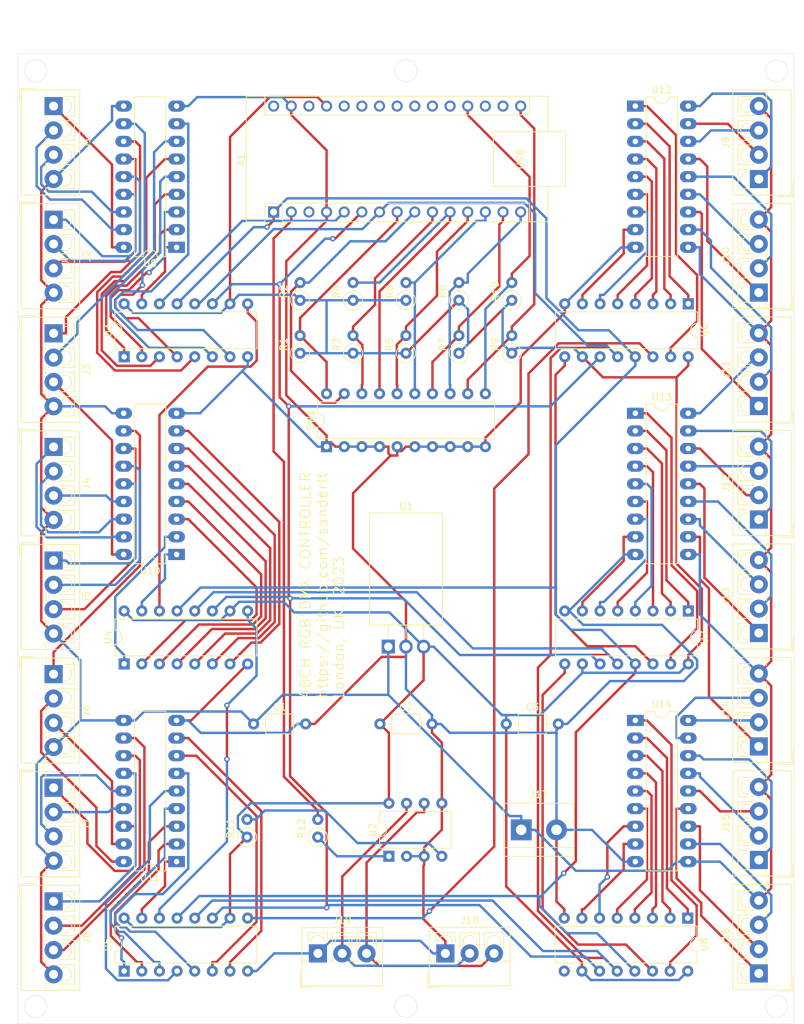
<source format=kicad_pcb>
(kicad_pcb (version 20221018) (generator pcbnew)
  (layers (0 "F.Cu" signal) (31 "B.Cu" signal) (34 "B.Paste" user) (35 "F.Paste" user) (36 "B.SilkS" user "B.Silkscreen") (37 "F.SilkS" user "F.Silkscreen") (38 "B.Mask" user) (39 "F.Mask" user) (44 "Edge.Cuts" user))
  (net 0 "")
  (net 1 "Net-(J3-R)")
  (net 2 "Net-(J3-G)")
  (net 3 "Net-(J3-B)")
  (net 4 "Net-(J1-VCC)")
  (net 5 "Net-(J16-R)")
  (net 6 "Net-(J16-G)")
  (net 7 "Net-(J16-B)")
  (net 8 "Net-(J1-R)")
  (net 9 "Net-(J1-G)")
  (net 10 "Net-(J1-B)")
  (net 11 "Net-(J2-R)")
  (net 12 "Net-(J2-G)")
  (net 13 "Net-(J2-B)")
  (net 14 "Net-(J9-R)")
  (net 15 "Net-(J9-G)")
  (net 16 "Net-(J9-B)")
  (net 17 "Net-(J4-R)")
  (net 18 "Net-(J4-G)")
  (net 19 "Net-(J4-B)")
  (net 20 "Net-(J5-R)")
  (net 21 "Net-(J5-G)")
  (net 22 "Net-(J5-B)")
  (net 23 "Net-(J6-R)")
  (net 24 "Net-(J6-G)")
  (net 25 "Net-(J6-B)")
  (net 26 "Net-(J7-R)")
  (net 27 "Net-(J7-G)")
  (net 28 "Net-(J7-B)")
  (net 29 "Net-(J8-R)")
  (net 30 "Net-(J8-G)")
  (net 31 "Net-(J8-B)")
  (net 32 "Net-(J10-R)")
  (net 33 "Net-(J10-G)")
  (net 34 "Net-(J10-B)")
  (net 35 "Net-(J11-R)")
  (net 36 "Net-(J11-G)")
  (net 37 "Net-(J11-B)")
  (net 38 "Net-(J12-R)")
  (net 39 "Net-(J12-G)")
  (net 40 "Net-(J12-B)")
  (net 41 "Net-(J13-R)")
  (net 42 "Net-(J13-G)")
  (net 43 "Net-(J13-B)")
  (net 44 "Net-(J14-R)")
  (net 45 "Net-(J14-G)")
  (net 46 "Net-(J14-B)")
  (net 47 "Net-(J15-R)")
  (net 48 "Net-(J15-G)")
  (net 49 "Net-(J15-B)")
  (net 50 "Net-(J17-GND)")
  (net 51 "Net-(J18-B)")
  (net 52 "Net-(J18-A)")
  (net 53 "Net-(A1-+5V)")
  (net 54 "Net-(A1-D13)")
  (net 55 "Net-(A1-A0)")
  (net 56 "Net-(U2-DI)")
  (net 57 "Net-(U2-RO)")
  (net 58 "Net-(A1-D0{slash}RX)")
  (net 59 "Net-(A1-D5)")
  (net 60 "Net-(A1-D6)")
  (net 61 "Net-(A1-D7)")
  (net 62 "Net-(A1-D8)")
  (net 63 "Net-(A1-D9)")
  (net 64 "Net-(A1-D10)")
  (net 65 "Net-(A1-D11)")
  (net 66 "Net-(A1-D12)")
  (net 67 "Net-(U14-I1)")
  (net 68 "Net-(U14-I2)")
  (net 69 "Net-(U14-I3)")
  (net 70 "Net-(U14-I4)")
  (net 71 "Net-(U14-I5)")
  (net 72 "Net-(U14-I6)")
  (net 73 "Net-(U14-I7)")
  (net 74 "Net-(U14-I8)")
  (net 75 "Net-(U3-QA)")
  (net 76 "Net-(U3-QB)")
  (net 77 "Net-(U3-QC)")
  (net 78 "Net-(U3-QD)")
  (net 79 "Net-(U3-QE)")
  (net 80 "Net-(U3-QF)")
  (net 81 "Net-(U3-QG)")
  (net 82 "Net-(U3-QH)")
  (net 83 "Net-(U10-I1)")
  (net 84 "Net-(U10-I2)")
  (net 85 "Net-(U10-I3)")
  (net 86 "Net-(U10-I4)")
  (net 87 "Net-(U10-I5)")
  (net 88 "Net-(U10-I6)")
  (net 89 "Net-(U10-I7)")
  (net 90 "Net-(U10-I8)")
  (net 91 "Net-(U11-I1)")
  (net 92 "Net-(U11-I2)")
  (net 93 "Net-(U11-I3)")
  (net 94 "Net-(U11-I4)")
  (net 95 "Net-(U11-I5)")
  (net 96 "Net-(U11-I6)")
  (net 97 "Net-(U11-I7)")
  (net 98 "Net-(U11-I8)")
  (net 99 "Net-(U12-I1)")
  (net 100 "Net-(U12-I2)")
  (net 101 "Net-(U12-I3)")
  (net 102 "Net-(U12-I4)")
  (net 103 "Net-(U12-I5)")
  (net 104 "Net-(U12-I6)")
  (net 105 "Net-(U12-I7)")
  (net 106 "Net-(U12-I8)")
  (net 107 "Net-(U13-I1)")
  (net 108 "Net-(U13-I2)")
  (net 109 "Net-(U13-I3)")
  (net 110 "Net-(U13-I4)")
  (net 111 "Net-(U13-I5)")
  (net 112 "Net-(U13-I6)")
  (net 113 "Net-(U13-I7)")
  (net 114 "Net-(U13-I8)")
  (net 115 "Net-(U3-QH')")
  (net 116 "Net-(A1-D3)")
  (net 117 "Net-(A1-D4)")
  (net 118 "Net-(A1-D1{slash}TX)")
  (net 119 "Net-(A1-D2)")
  (net 120 "Net-(U4-QH')")
  (net 121 "Net-(U5-QH')")
  (net 122 "Net-(U6-QH')")
  (net 123 "Net-(U7-QH')")
  (footprint "TerminalBlock_4Ucon:TerminalBlock_4Ucon_1x04_P3.50mm_Vertical" (layer "F.Cu") (at 152.4 108.8343 90)
    (fp_text reference "J13")
    (fp_text value "Conn_01x04_Female")
  )
  (footprint "Package_TO_SOT_THT:TO-220F-3_Horizontal_TabDown" (layer "F.Cu") (at 99.06 110.7967)
    (fp_text reference "U1")
    (fp_text value "L7805")
  )
  (footprint "Package_DIP:DIP-16_W7.62mm" (layer "F.Cu") (at 142.17 149.86 -90)
    (fp_text reference "U8")
    (fp_text value "74HC595")
  )
  (footprint "Package_DIP:DIP-16_W7.62mm" (layer "F.Cu") (at 61.03 157.48 90)
    (fp_text reference "U5")
    (fp_text value "74HC595")
  )
  (footprint "Package_DIP:DIP-8_W7.62mm" (layer "F.Cu") (at 99.144 140.96 90)
    (fp_text reference "U2")
    (fp_text value "MAX485E")
  )
  (footprint "TerminalBlock_4Ucon:TerminalBlock_4Ucon_1x04_P3.50mm_Vertical" (layer "F.Cu") (at 152.4 141.4914 90)
    (fp_text reference "J15")
    (fp_text value "Conn_01x04_Female")
  )
  (footprint "TerminalBlock_4Ucon:TerminalBlock_4Ucon_1x04_P3.50mm_Vertical" (layer "F.Cu") (at 152.4 125.1629 90)
    (fp_text reference "J14")
    (fp_text value "Conn_01x04_Female")
  )
  (footprint "Package_DIP:DIP-18_W7.62mm_LongPads" (layer "F.Cu") (at 68.58 141.732 180)
    (fp_text reference "U11")
    (fp_text value "ULN2803A")
  )
  (footprint "Package_DIP:DIP-16_W7.62mm" (layer "F.Cu") (at 61.03 113.284 90)
    (fp_text reference "U4")
    (fp_text value "74HC595")
  )
  (footprint "TerminalBlock_4Ucon:TerminalBlock_4Ucon_1x04_P3.50mm_Vertical" (layer "F.Cu") (at 152.4 76.1771 90)
    (fp_text reference "J11")
    (fp_text value "Conn_01x04_Female")
  )
  (footprint "Resistor_THT:R_Axial_DIN0207_L6.3mm_D2.5mm_P2.54mm_Vertical" (layer "F.Cu") (at 101.6 68.58 90)
    (fp_text reference "R5")
    (fp_text value "10K")
  )
  (footprint "TerminalBlock_4Ucon:TerminalBlock_4Ucon_1x04_P3.50mm_Vertical" (layer "F.Cu") (at 152.4 43.52 90)
    (fp_text reference "J9")
    (fp_text value "Conn_01x04_Female")
  )
  (footprint "TerminalBlock_4Ucon:TerminalBlock_4Ucon_1x04_P3.50mm_Vertical" (layer "F.Cu") (at 50.87 33.02 -90)
    (fp_text reference "J1")
    (fp_text value "Conn_01x04_Female")
  )
  (footprint "TerminalBlock_4Ucon:TerminalBlock_4Ucon_1x04_P3.50mm_Vertical" (layer "F.Cu") (at 50.87 147.4512 -90)
    (fp_text reference "J8")
    (fp_text value "Conn_01x04_Female")
  )
  (footprint "Package_DIP:DIP-18_W7.62mm_LongPads" (layer "F.Cu") (at 68.58 53.34 180)
    (fp_text reference "U9")
    (fp_text value "ULN2803A")
  )
  (footprint "Package_DIP:DIP-18_W7.62mm_LongPads" (layer "F.Cu") (at 134.62 121.412)
    (fp_text reference "U14")
    (fp_text value "ULN2803A")
  )
  (footprint "TerminalBlock_4Ucon:TerminalBlock_4Ucon_1x03_P3.50mm_Vertical" (layer "F.Cu") (at 88.9267 154.94)
    (fp_text reference "J19")
    (fp_text value "DMX OUT")
  )
  (footprint "Capacitor_THT:C_Axial_L3.8mm_D2.6mm_P7.50mm_Horizontal" (layer "F.Cu") (at 97.85 121.92)
    (fp_text reference "C2")
    (fp_text value "0.1uF")
  )
  (footprint "Resistor_THT:R_Axial_DIN0207_L6.3mm_D2.5mm_P2.54mm_Vertical" (layer "F.Cu") (at 116.84 68.58 90)
    (fp_text reference "R9")
    (fp_text value "10K")
  )
  (footprint "Resistor_THT:R_Axial_DIN0207_L6.3mm_D2.5mm_P2.54mm_Vertical" (layer "F.Cu") (at 93.98 68.58 90)
    (fp_text reference "R3")
    (fp_text value "10K")
  )
  (footprint "Resistor_THT:R_Axial_DIN0207_L6.3mm_D2.5mm_P2.54mm_Vertical" (layer "F.Cu") (at 88.906 138.205 90)
    (fp_text reference "R12")
    (fp_text value "100R")
  )
  (footprint "Package_DIP:DIP-18_W7.62mm_LongPads" (layer "F.Cu") (at 134.62 77.216)
    (fp_text reference "U13")
    (fp_text value "ULN2803A")
  )
  (footprint "Resistor_THT:R_Axial_DIN0207_L6.3mm_D2.5mm_P2.54mm_Vertical" (layer "F.Cu") (at 86.36 60.96 90)
    (fp_text reference "R2")
    (fp_text value "10K")
  )
  (footprint "Package_DIP:DIP-20_W7.62mm" (layer "F.Cu") (at 90.175 82.0233 90)
    (fp_text reference "SW1")
    (fp_text value "SW_DIP_x10")
  )
  (footprint "Resistor_THT:R_Axial_DIN0207_L6.3mm_D2.5mm_P2.54mm_Vertical" (layer "F.Cu") (at 93.98 60.96 90)
    (fp_text reference "R4")
    (fp_text value "10K")
  )
  (footprint "TerminalBlock_4Ucon:TerminalBlock_4Ucon_1x04_P3.50mm_Vertical" (layer "F.Cu") (at 152.4 59.8486 90)
    (fp_text reference "J10")
    (fp_text value "Conn_01x04_Female")
  )
  (footprint "Resistor_THT:R_Axial_DIN0207_L6.3mm_D2.5mm_P2.54mm_Vertical" (layer "F.Cu") (at 101.6 60.96 90)
    (fp_text reference "R6")
    (fp_text value "10K")
  )
  (footprint "TerminalBlock_4Ucon:TerminalBlock_4Ucon_1x04_P3.50mm_Vertical" (layer "F.Cu") (at 50.87 98.4093 -90)
    (fp_text reference "J5")
    (fp_text value "Conn_01x04_Female")
  )
  (footprint "TerminalBlock_4Ucon:TerminalBlock_4Ucon_1x04_P3.50mm_Vertical" (layer "F.Cu") (at 50.87 65.7146 -90)
    (fp_text reference "J3")
    (fp_text value "Conn_01x04_Female")
  )
  (footprint "Resistor_THT:R_Axial_DIN0207_L6.3mm_D2.5mm_P2.54mm_Vertical" (layer "F.Cu") (at 109.22 68.58 90)
    (fp_text reference "R7")
    (fp_text value "10K")
  )
  (footprint "TerminalBlock_4Ucon:TerminalBlock_4Ucon_1x04_P3.50mm_Vertical" (layer "F.Cu") (at 50.87 49.3673 -90)
    (fp_text reference "J2")
    (fp_text value "Conn_01x04_Female")
  )
  (footprint "TerminalBlock_4Ucon:TerminalBlock_4Ucon_1x04_P3.50mm_Vertical" (layer "F.Cu") (at 50.87 82.062 -90)
    (fp_text reference "J4")
    (fp_text value "Conn_01x04_Female")
  )
  (footprint "Package_DIP:DIP-16_W7.62mm" (layer "F.Cu") (at 142.24 105.664 -90)
    (fp_text reference "U7")
    (fp_text value "74HC595")
  )
  (footprint "Package_DIP:DIP-16_W7.62mm" (layer "F.Cu") (at 61.03 69.088 90)
    (fp_text reference "U3")
    (fp_text value "74HC595")
  )
  (footprint "Capacitor_THT:C_Axial_L3.8mm_D2.6mm_P7.50mm_Horizontal" (layer "F.Cu") (at 116.035 121.92)
    (fp_text reference "C3")
    (fp_text value "100u")
  )
  (footprint "Resistor_THT:R_Axial_DIN0207_L6.3mm_D2.5mm_P2.54mm_Vertical" (layer "F.Cu") (at 109.22 60.96 90)
    (fp_text reference "R8")
    (fp_text value "10K")
  )
  (footprint "Package_DIP:DIP-18_W7.62mm_LongPads" (layer "F.Cu") (at 68.58 97.536 180)
    (fp_text reference "U10")
    (fp_text value "ULN2803A")
  )
  (footprint "TerminalBlock_4Ucon:TerminalBlock_4Ucon_1x04_P3.50mm_Vertical" (layer "F.Cu") (at 152.4 157.82 90)
    (fp_text reference "J16")
    (fp_text value "Conn_01x04_Female")
  )
  (footprint "Resistor_THT:R_Axial_DIN0207_L6.3mm_D2.5mm_P2.54mm_Vertical" (layer "F.Cu") (at 86.36 68.58 90)
    (fp_text reference "R1")
    (fp_text value "10K")
  )
  (footprint "TerminalBlock:TerminalBlock_bornier-2_P5.08mm" (layer "F.Cu") (at 118.192 137.16)
    (fp_text reference "J17")
    (fp_text value "VCC GND")
  )
  (footprint "Resistor_THT:R_Axial_DIN0207_L6.3mm_D2.5mm_P2.54mm_Vertical" (layer "F.Cu") (at 116.84 60.96 90)
    (fp_text reference "R10")
    (fp_text value "10K")
  )
  (footprint "TerminalBlock_4Ucon:TerminalBlock_4Ucon_1x03_P3.50mm_Vertical" (layer "F.Cu") (at 107.2733 154.94)
    (fp_text reference "J18")
    (fp_text value "DMX IN")
  )
  (footprint "TerminalBlock_4Ucon:TerminalBlock_4Ucon_1x04_P3.50mm_Vertical" (layer "F.Cu") (at 50.87 131.1039 -90)
    (fp_text reference "J7")
    (fp_text value "Conn_01x04_Female")
  )
  (footprint "TerminalBlock_4Ucon:TerminalBlock_4Ucon_1x04_P3.50mm_Vertical" (layer "F.Cu") (at 152.4 92.5057 90)
    (fp_text reference "J12")
    (fp_text value "Conn_01x04_Female")
  )
  (footprint "Module:Arduino_Nano" (layer "F.Cu") (at 82.55 48.26 90)
    (fp_text reference "A1")
    (fp_text value "Arduino_Nano_v3.x")
  )
  (footprint "Capacitor_THT:C_Axial_L3.8mm_D2.6mm_P7.50mm_Horizontal" (layer "F.Cu") (at 79.665 121.92)
    (fp_text reference "C1")
    (fp_text value "0.33uF")
  )
  (footprint "TerminalBlock_4Ucon:TerminalBlock_4Ucon_1x04_P3.50mm_Vertical" (layer "F.Cu") (at 50.87 114.7566 -90)
    (fp_text reference "J6")
    (fp_text value "Conn_01x04_Female")
  )
  (footprint "Resistor_THT:R_Axial_DIN0207_L6.3mm_D2.5mm_P2.54mm_Vertical" (layer "F.Cu") (at 78.718 138.205 90)
    (fp_text reference "R11")
    (fp_text value "10K")
  )
  (footprint "Package_DIP:DIP-18_W7.62mm_LongPads" (layer "F.Cu") (at 134.62 33.02)
    (fp_text reference "U12")
    (fp_text value "ULN2803A")
  )
  (footprint "Package_DIP:DIP-16_W7.62mm" (layer "F.Cu") (at 142.24 61.468 -90)
    (fp_text reference "U6")
    (fp_text value "74HC595")
  )
  (gr_rect (start 45.72 25.425615) (end 157.456663 165.076663) (stroke (width 0.05)) (fill none) (layer "Edge.Cuts"))
  (gr_circle (center 48.26 27.94) (end 49.86 27.94) (stroke (width 0.05)) (fill none) (layer "Edge.Cuts"))
  (gr_circle (center 43.18 20.32) (end 43.18 20.32) (stroke (width 0.05)) (fill none) (layer "Edge.Cuts"))
  (gr_circle (center 154.94 162.56) (end 156.54 162.56) (stroke (width 0.05)) (fill none) (layer "Edge.Cuts"))
  (gr_circle (center 101.6 162.56) (end 103.2 162.56) (stroke (width 0.05)) (fill none) (layer "Edge.Cuts"))
  (gr_circle (center 154.94 27.94) (end 156.54 27.94) (stroke (width 0.05)) (fill none) (layer "Edge.Cuts"))
  (gr_circle (center 48.26 162.56) (end 49.86 162.56) (stroke (width 0.05)) (fill none) (layer "Edge.Cuts"))
  (gr_circle (center 101.6 27.94) (end 103.2 27.94) (stroke (width 0.05)) (fill none) (layer "Edge.Cuts"))
  (gr_circle (center 71.12 17.78) (end 71.12 17.78) (stroke (width 0.05)) (fill none) (layer "Edge.Cuts"))
  (gr_text "48CH RGB DMX CONTROLLER\nhttps://github.com/sanderlt\nLondon, UK. 2023" (at 92.842772 118.363877 90) (layer "F.SilkS") (effects (font (size 1.5 1.5)) (justify left bottom)))
  (segment (start 63.3227 54.1066) (end 60.5302 56.8991) (width 0.35) (layer "F.Cu") (net 1))
  (segment (start 60.5302 56.8991) (end 59.1335 56.8991) (width 0.35) (layer "F.Cu") (net 1))
  (segment (start 52.6469 63.3857) (end 52.6469 65.7146) (width 0.35) (layer "F.Cu") (net 1))
  (segment (start 62.6369 38.1) (end 63.3227 38.7858) (width 0.35) (layer "F.Cu") (net 1))
  (segment (start 50.87 65.7146) (end 52.6469 65.7146) (width 0.35) (layer "F.Cu") (net 1))
  (segment (start 63.3227 38.7858) (end 63.3227 54.1066) (width 0.35) (layer "F.Cu") (net 1))
  (segment (start 59.1335 56.8991) (end 52.6469 63.3857) (width 0.35) (layer "F.Cu") (net 1))
  (segment (start 60.96 38.1) (end 62.6369 38.1) (width 0.35) (layer "F.Cu") (net 1))
  (segment (start 54.2964 64.1069) (end 54.2964 65.7882) (width 0.35) (layer "B.Cu") (net 2))
  (segment (start 62.6369 35.56) (end 63.9963 36.9194) (width 0.35) (layer "B.Cu") (net 2))
  (segment (start 63.9963 54.407) (end 54.2964 64.1069) (width 0.35) (layer "B.Cu") (net 2))
  (segment (start 63.9963 36.9194) (end 63.9963 54.407) (width 0.35) (layer "B.Cu") (net 2))
  (segment (start 54.2964 65.7882) (end 50.87 69.2146) (width 0.35) (layer "B.Cu") (net 2))
  (segment (start 60.96 35.56) (end 62.6369 35.56) (width 0.35) (layer "B.Cu") (net 2))
  (segment (start 60.96 97.536) (end 59.2831 97.536) (width 0.35) (layer "F.Cu") (net 3))
  (segment (start 59.2831 81.1277) (end 50.87 72.7146) (width 0.35) (layer "F.Cu") (net 3))
  (segment (start 59.2831 97.536) (end 59.2831 81.1277) (width 0.35) (layer "F.Cu") (net 3))
  (segment (start 154.1769 132.7683) (end 152.4 130.9914) (width 0.35) (layer "F.Cu") (net 4))
  (segment (start 154.1769 116.4398) (end 154.1769 129.2145) (width 0.35) (layer "F.Cu") (net 4))
  (segment (start 154.1769 51.1255) (end 154.1769 63.9002) (width 0.35) (layer "F.Cu") (net 4))
  (segment (start 49.0931 45.2969) (end 49.0931 58.0904) (width 0.35) (layer "F.Cu") (net 4))
  (segment (start 152.4 49.3486) (end 154.1769 51.1255) (width 0.35) (layer "F.Cu") (net 4))
  (segment (start 154.1769 145.5431) (end 154.1769 132.7683) (width 0.35) (layer "F.Cu") (net 4))
  (segment (start 154.1769 80.2288) (end 154.1769 67.454) (width 0.35) (layer "F.Cu") (net 4))
  (segment (start 152.4 82.0057) (end 154.1769 83.7826) (width 0.35) (layer "F.Cu") (net 4))
  (segment (start 154.1769 100.1112) (end 152.4 98.3343) (width 0.35) (layer "F.Cu") (net 4))
  (segment (start 154.1769 47.5717) (end 152.4 49.3486) (width 0.35) (layer "F.Cu") (net 4))
  (segment (start 49.0931 107.1324) (end 49.0931 94.3389) (width 0.35) (layer "F.Cu") (net 4))
  (segment (start 152.4 82.0057) (end 154.1769 80.2288) (width 0.35) (layer "F.Cu") (net 4))
  (segment (start 50.87 141.6039) (end 49.0784 143.3955) (width 0.35) (layer "F.Cu") (net 4))
  (segment (start 154.1769 83.7826) (end 154.1769 96.5574) (width 0.35) (layer "F.Cu") (net 4))
  (segment (start 49.0931 61.6442) (end 50.87 59.8673) (width 0.35) (layer "F.Cu") (net 4))
  (segment (start 152.4 147.32) (end 154.1769 145.5431) (width 0.35) (layer "F.Cu") (net 4))
  (segment (start 152.4 114.6629) (end 154.1769 116.4398) (width 0.35) (layer "F.Cu") (net 4))
  (segment (start 154.1769 63.9002) (end 152.4 65.6771) (width 0.35) (layer "F.Cu") (net 4))
  (segment (start 154.1769 129.2145) (end 152.4 130.9914) (width 0.35) (layer "F.Cu") (net 4))
  (segment (start 49.0784 156.1596) (end 50.87 157.9512) (width 0.35) (layer "F.Cu") (net 4))
  (segment (start 154.1769 96.5574) (end 152.4 98.3343) (width 0.35) (layer "F.Cu") (net 4))
  (segment (start 154.1769 34.7969) (end 154.1769 47.5717) (width 0.35) (layer "F.Cu") (net 4))
  (segment (start 50.87 76.2146) (end 49.0931 74.4377) (width 0.35) (layer "F.Cu") (net 4))
  (segment (start 50.87 43.52) (end 49.0931 45.2969) (width 0.35) (layer "F.Cu") (net 4))
  (segment (start 152.4 33.02) (end 154.1769 34.7969) (width 0.35) (layer "F.Cu") (net 4))
  (segment (start 49.0784 143.3955) (end 49.0784 156.1596) (width 0.35) (layer "F.Cu") (net 4))
  (segment (start 154.1769 112.886) (end 154.1769 100.1112) (width 0.35) (layer "F.Cu") (net 4))
  (segment (start 49.0931 94.3389) (end 50.87 92.562) (width 0.35) (layer "F.Cu") (net 4))
  (segment (start 49.0931 74.4377) (end 49.0931 61.6442) (width 0.35) (layer "F.Cu") (net 4))
  (segment (start 49.0931 77.9915) (end 50.87 76.2146) (width 0.35) (layer "F.Cu") (net 4))
  (segment (start 49.0931 90.7851) (end 49.0931 77.9915) (width 0.35) (layer "F.Cu") (net 4))
  (segment (start 154.1769 67.454) (end 152.4 65.6771) (width 0.35) (layer "F.Cu") (net 4))
  (segment (start 50.87 92.562) (end 49.0931 90.7851) (width 0.35) (layer "F.Cu") (net 4))
  (segment (start 50.87 108.9093) (end 49.0931 107.1324) (width 0.35) (layer "F.Cu") (net 4))
  (segment (start 152.4 114.6629) (end 154.1769 112.886) (width 0.35) (layer "F.Cu") (net 4))
  (segment (start 49.0931 58.0904) (end 50.87 59.8673) (width 0.35) (layer "F.Cu") (net 4))
  (segment (start 54.7146 121.412) (end 50.87 125.2566) (width 0.35) (layer "B.Cu") (net 4))
  (segment (start 142.24 141.732) (end 140.5631 141.732) (width 0.35) (layer "B.Cu") (net 4))
  (segment (start 63.9157 120.1332) (end 62.6369 121.412) (width 0.35) (layer "B.Cu") (net 4))
  (segment (start 118.192 137.16) (end 120.1689 137.16) (width 0.35) (layer "B.Cu") (net 4))
  (segment (start 54.7146 121.412) (end 54.7146 112.7539) (width 0.35) (layer "B.Cu") (net 4))
  (segment (start 83.8542 117.7308) (end 99.06 117.7308) (width 0.35) (layer "B.Cu") (net 4))
  (segment (start 48.4412 139.1751) (end 50.87 141.6039) (width 0.35) (layer "B.Cu") (net 4))
  (segment (start 139.251 143.0441) (end 140.5631 141.732) (width 0.35) (layer "B.Cu") (net 4))
  (segment (start 79.665 121.92) (end 83.8542 117.7308) (width 0.35) (layer "B.Cu") (net 4))
  (segment (start 152.4 65.6771) (end 143.9169 57.194) (width 0.35) (layer "B.Cu") (net 4))
  (segment (start 116.5123 135.1831) (end 99.06 117.7308) (width 0.35) (layer "B.Cu") (net 4))
  (segment (start 126.053 143.0441) (end 139.251 143.0441) (width 0.35) (layer "B.Cu") (net 4))
  (segment (start 118.192 135.1831) (end 116.5123 135.1831) (width 0.35) (layer "B.Cu") (net 4))
  (segment (start 143.9169 57.194) (end 143.9169 53.34) (width 0.35) (layer "B.Cu") (net 4))
  (segment (start 142.24 53.34) (end 143.9169 53.34) (width 0.35) (layer "B.Cu") (net 4))
  (segment (start 60.96 77.216) (end 59.2831 77.216) (width 0.35) (layer "B.Cu") (net 4))
  (segment (start 54.7146 112.7539) (end 50.87 108.9093) (width 0.35) (layer "B.Cu") (net 4))
  (segment (start 50.87 125.2566) (end 48.4412 127.6854) (width 0.35) (layer "B.Cu") (net 4))
  (segment (start 60.96 121.412) (end 62.6369 121.412) (width 0.35) (layer "B.Cu") (net 4))
  (segment (start 58.2817 76.2146) (end 59.2831 77.216) (width 0.35) (layer "B.Cu") (net 4))
  (segment (start 48.4412 127.6854) (end 48.4412 139.1751) (width 0.35) (layer "B.Cu") (net 4))
  (segment (start 146.812 141.732) (end 152.4 147.32) (width 0.35) (layer "B.Cu") (net 4))
  (segment (start 60.96 33.02) (end 59.2831 33.02) (width 0.35) (layer "B.Cu") (net 4))
  (segment (start 142.24 141.732) (end 146.812 141.732) (width 0.35) (layer "B.Cu") (net 4))
  (segment (start 79.665 121.92) (end 77.8782 120.1332) (width 0.35) (layer "B.Cu") (net 4))
  (segment (start 142.24 97.536) (end 143.9169 97.536) (width 0.35) (layer "B.Cu") (net 4))
  (segment (start 59.2831 35.1069) (end 50.87 43.52) (width 0.35) (layer "B.Cu") (net 4))
  (segment (start 50.87 76.2146) (end 58.2817 76.2146) (width 0.35) (layer "B.Cu") (net 4))
  (segment (start 143.9169 97.536) (end 143.9169 106.1798) (width 0.35) (layer "B.Cu") (net 4))
  (segment (start 120.1689 137.16) (end 126.053 143.0441) (width 0.35) (layer "B.Cu") (net 4))
  (segment (start 77.8782 120.1332) (end 63.9157 120.1332) (width 0.35) (layer "B.Cu") (net 4))
  (segment (start 143.9169 106.1798) (end 152.4 114.6629) (width 0.35) (layer "B.Cu") (net 4))
  (segment (start 59.2831 33.02) (end 59.2831 35.1069) (width 0.35) (layer "B.Cu") (net 4))
  (segment (start 118.192 137.16) (end 118.192 135.1831) (width 0.35) (layer "B.Cu") (net 4))
  (segment (start 99.06 117.7308) (end 99.06 110.7967) (width 0.35) (layer "B.Cu") (net 4))
  (segment (start 60.96 121.412) (end 54.7146 121.412) (width 0.35) (layer "B.Cu") (net 4))
  (segment (start 152.4 157.82) (end 144.109 149.529) (width 0.35) (layer "F.Cu") (net 5))
  (segment (start 144.109 149.529) (end 144.109 147.676) (width 0.35) (layer "F.Cu") (net 5))
  (segment (start 142.24 134.112) (end 140.5631 134.112) (width 0.35) (layer "F.Cu") (net 5))
  (segment (start 140.5631 144.1301) (end 140.5631 134.112) (width 0.35) (layer "F.Cu") (net 5))
  (segment (start 144.109 147.676) (end 140.5631 144.1301) (width 0.35) (layer "F.Cu") (net 5))
  (segment (start 152.4 154.32) (end 143.9169 145.8369) (width 0.35) (layer "F.Cu") (net 6))
  (segment (start 143.9169 145.8369) (end 143.9169 136.652) (width 0.35) (layer "F.Cu") (net 6))
  (segment (start 142.24 136.652) (end 143.9169 136.652) (width 0.35) (layer "F.Cu") (net 6))
  (segment (start 154.186 146.5518) (end 154.186 149.034) (width 0.35) (layer "B.Cu") (net 7))
  (segment (start 146.8262 139.192) (end 154.186 146.5518) (width 0.35) (layer "B.Cu") (net 7))
  (segment (start 154.186 149.034) (end 152.4 150.82) (width 0.35) (layer "B.Cu") (net 7))
  (segment (start 142.24 139.192) (end 146.8262 139.192) (width 0.35) (layer "B.Cu") (net 7))
  (segment (start 59.2831 41.4331) (end 59.2831 53.34) (width 0.35) (layer "F.Cu") (net 8))
  (segment (start 50.87 33.02) (end 59.2831 41.4331) (width 0.35) (layer "F.Cu") (net 8))
  (segment (start 60.96 53.34) (end 59.2831 53.34) (width 0.35) (layer "F.Cu") (net 8))
  (segment (start 60.96 50.8) (end 59.2831 50.8) (width 0.35) (layer "B.Cu") (net 9))
  (segment (start 50.3691 46.472) (end 54.9551 46.472) (width 0.35) (layer "B.Cu") (net 9))
  (segment (start 48.4303 44.5332) (end 50.3691 46.472) (width 0.35) (layer "B.Cu") (net 9))
  (segment (start 48.4303 38.9597) (end 48.4303 44.5332) (width 0.35) (layer "B.Cu") (net 9))
  (segment (start 50.87 36.52) (end 48.4303 38.9597) (width 0.35) (layer "B.Cu") (net 9))
  (segment (start 54.9551 46.472) (end 59.2831 50.8) (width 0.35) (layer "B.Cu") (net 9))
  (segment (start 49.0884 44.2512) (end 50.1656 45.3284) (width 0.35) (layer "B.Cu") (net 10))
  (segment (start 49.0884 41.8016) (end 49.0884 44.2512) (width 0.35) (layer "B.Cu") (net 10))
  (segment (start 56.3515 45.3284) (end 59.2831 48.26) (width 0.35) (layer "B.Cu") (net 10))
  (segment (start 50.1656 45.3284) (end 56.3515 45.3284) (width 0.35) (layer "B.Cu") (net 10))
  (segment (start 50.87 40.02) (end 49.0884 41.8016) (width 0.35) (layer "B.Cu") (net 10))
  (segment (start 60.96 48.26) (end 59.2831 48.26) (width 0.35) (layer "B.Cu") (net 10))
  (segment (start 57.9027 54.6231) (end 61.9096 54.6231) (width 0.35) (layer "B.Cu") (net 11))
  (segment (start 61.9096 54.6231) (end 62.6369 53.8958) (width 0.35) (layer "B.Cu") (net 11))
  (segment (start 52.6469 49.3673) (end 57.9027 54.6231) (width 0.35) (layer "B.Cu") (net 11))
  (segment (start 62.6369 53.8958) (end 62.6369 45.72) (width 0.35) (layer "B.Cu") (net 11))
  (segment (start 60.96 45.72) (end 62.6369 45.72) (width 0.35) (layer "B.Cu") (net 11))
  (segment (start 50.87 49.3673) (end 52.6469 49.3673) (width 0.35) (layer "B.Cu") (net 11))
  (segment (start 60.96 43.18) (end 62.6369 43.18) (width 0.35) (layer "B.Cu") (net 12))
  (segment (start 53.2855 55.2828) (end 62.1986 55.2828) (width 0.35) (layer "B.Cu") (net 12))
  (segment (start 63.3156 54.1658) (end 63.3156 43.8587) (width 0.35) (layer "B.Cu") (net 12))
  (segment (start 50.87 52.8673) (end 53.2855 55.2828) (width 0.35) (layer "B.Cu") (net 12))
  (segment (start 62.1986 55.2828) (end 63.3156 54.1658) (width 0.35) (layer "B.Cu") (net 12))
  (segment (start 63.3156 43.8587) (end 62.6369 43.18) (width 0.35) (layer "B.Cu") (net 12))
  (segment (start 62.6369 40.64) (end 62.6369 53.8704) (width 0.35) (layer "F.Cu") (net 13))
  (segment (start 60.96 40.64) (end 62.6369 40.64) (width 0.35) (layer "F.Cu") (net 13))
  (segment (start 62.6369 53.8704) (end 61.0995 55.4078) (width 0.35) (layer "F.Cu") (net 13))
  (segment (start 51.8295 55.4078) (end 50.87 56.3673) (width 0.35) (layer "F.Cu") (net 13))
  (segment (start 61.0995 55.4078) (end 51.8295 55.4078) (width 0.35) (layer "F.Cu") (net 13))
  (segment (start 145.7013 31.2356) (end 143.9169 33.02) (width 0.35) (layer "B.Cu") (net 14))
  (segment (start 142.24 33.02) (end 143.9169 33.02) (width 0.35) (layer "B.Cu") (net 14))
  (segment (start 154.1858 41.7342) (end 154.1858 32.2882) (width 0.35) (layer "B.Cu") (net 14))
  (segment (start 154.1858 32.2882) (end 153.1332 31.2356) (width 0.35) (layer "B.Cu") (net 14))
  (segment (start 153.1332 31.2356) (end 145.7013 31.2356) (width 0.35) (layer "B.Cu") (net 14))
  (segment (start 152.4 43.52) (end 154.1858 41.7342) (width 0.35) (layer "B.Cu") (net 14))
  (segment (start 147.94 35.56) (end 152.4 40.02) (width 0.35) (layer "F.Cu") (net 15))
  (segment (start 142.24 35.56) (end 147.94 35.56) (width 0.35) (layer "F.Cu") (net 15))
  (segment (start 143.9169 38.1) (end 145.4969 36.52) (width 0.35) (layer "B.Cu") (net 16))
  (segment (start 142.24 38.1) (end 143.9169 38.1) (width 0.35) (layer "B.Cu") (net 16))
  (segment (start 145.4969 36.52) (end 152.4 36.52) (width 0.35) (layer "B.Cu") (net 16))
  (segment (start 60.96 94.996) (end 59.2831 94.996) (width 0.35) (layer "B.Cu") (net 17))
  (segment (start 48.4159 93.5666) (end 49.9268 95.0775) (width 0.35) (layer "B.Cu") (net 17))
  (segment (start 49.9268 95.0775) (end 59.2016 95.0775) (width 0.35) (layer "B.Cu") (net 17))
  (segment (start 59.2016 95.0775) (end 59.2831 94.996) (width 0.35) (layer "B.Cu") (net 17))
  (segment (start 50.87 82.062) (end 48.4159 84.5161) (width 0.35) (layer "B.Cu") (net 17))
  (segment (start 48.4159 84.5161) (end 48.4159 93.5666) (width 0.35) (layer "B.Cu") (net 17))
  (segment (start 50.87 85.562) (end 49.0678 87.3642) (width 0.35) (layer "B.Cu") (net 18))
  (segment (start 49.0678 87.3642) (end 49.0678 93.2965) (width 0.35) (layer "B.Cu") (net 18))
  (segment (start 49.0678 93.2965) (end 50.1169 94.3456) (width 0.35) (layer "B.Cu") (net 18))
  (segment (start 50.1169 94.3456) (end 57.3935 94.3456) (width 0.35) (layer "B.Cu") (net 18))
  (segment (start 57.3935 94.3456) (end 59.2831 92.456) (width 0.35) (layer "B.Cu") (net 18))
  (segment (start 60.96 92.456) (end 59.2831 92.456) (width 0.35) (layer "B.Cu") (net 18))
  (segment (start 60.96 89.916) (end 59.2831 89.916) (width 0.35) (layer "B.Cu") (net 19))
  (segment (start 50.87 89.062) (end 58.4291 89.062) (width 0.35) (layer "B.Cu") (net 19))
  (segment (start 58.4291 89.062) (end 59.2831 89.916) (width 0.35) (layer "B.Cu") (net 19))
  (segment (start 52.6469 98.4093) (end 53.0565 98.8189) (width 0.35) (layer "B.Cu") (net 20))
  (segment (start 60.96 87.376) (end 62.6369 87.376) (width 0.35) (layer "B.Cu") (net 20))
  (segment (start 50.87 98.4093) (end 52.6469 98.4093) (width 0.35) (layer "B.Cu") (net 20))
  (segment (start 61.9052 98.8189) (end 62.6369 98.0872) (width 0.35) (layer "B.Cu") (net 20))
  (segment (start 53.0565 98.8189) (end 61.9052 98.8189) (width 0.35) (layer "B.Cu") (net 20))
  (segment (start 62.6369 98.0872) (end 62.6369 87.376) (width 0.35) (layer "B.Cu") (net 20))
  (segment (start 60.96 84.836) (end 62.6369 84.836) (width 0.35) (layer "B.Cu") (net 21))
  (segment (start 63.2903 98.3802) (end 63.2903 85.4894) (width 0.35) (layer "B.Cu") (net 21))
  (segment (start 59.7612 101.9093) (end 63.2903 98.3802) (width 0.35) (layer "B.Cu") (net 21))
  (segment (start 63.2903 85.4894) (end 62.6369 84.836) (width 0.35) (layer "B.Cu") (net 21))
  (segment (start 50.87 101.9093) (end 59.7612 101.9093) (width 0.35) (layer "B.Cu") (net 21))
  (segment (start 55.3123 105.4093) (end 62.6369 98.0847) (width 0.35) (layer "F.Cu") (net 22))
  (segment (start 50.87 105.4093) (end 55.3123 105.4093) (width 0.35) (layer "F.Cu") (net 22))
  (segment (start 62.6369 98.0847) (end 62.6369 82.296) (width 0.35) (layer "F.Cu") (net 22))
  (segment (start 60.96 82.296) (end 62.6369 82.296) (width 0.35) (layer "F.Cu") (net 22))
  (segment (start 50.87 111.5918) (end 50.87 114.7566) (width 0.35) (layer "F.Cu") (net 23))
  (segment (start 62.6369 79.756) (end 63.2888 80.4079) (width 0.35) (layer "F.Cu") (net 23))
  (segment (start 63.2888 80.4079) (end 63.2888 99.173) (width 0.35) (layer "F.Cu") (net 23))
  (segment (start 63.2888 99.173) (end 50.87 111.5918) (width 0.35) (layer "F.Cu") (net 23))
  (segment (start 60.96 79.756) (end 62.6369 79.756) (width 0.35) (layer "F.Cu") (net 23))
  (segment (start 59.2831 141.732) (end 57.0332 139.4821) (width 0.35) (layer "F.Cu") (net 24))
  (segment (start 57.0332 139.4821) (end 57.0332 133.9504) (width 0.35) (layer "F.Cu") (net 24))
  (segment (start 57.0332 133.9504) (end 49.0837 126.0009) (width 0.35) (layer "F.Cu") (net 24))
  (segment (start 49.0837 126.0009) (end 49.0837 120.0429) (width 0.35) (layer "F.Cu") (net 24))
  (segment (start 49.0837 120.0429) (end 50.87 118.2566) (width 0.35) (layer "F.Cu") (net 24))
  (segment (start 60.96 141.732) (end 59.2831 141.732) (width 0.35) (layer "F.Cu") (net 24))
  (segment (start 50.87 121.7566) (end 59.2831 130.1697) (width 0.35) (layer "F.Cu") (net 25))
  (segment (start 59.2831 130.1697) (end 59.2831 139.192) (width 0.35) (layer "F.Cu") (net 25))
  (segment (start 60.96 139.192) (end 59.2831 139.192) (width 0.35) (layer "F.Cu") (net 25))
  (segment (start 50.87 131.1039) (end 55.7343 135.9682) (width 0.35) (layer "F.Cu") (net 26))
  (segment (start 59.6678 143.0642) (end 61.8603 143.0642) (width 0.35) (layer "F.Cu") (net 26))
  (segment (start 55.7343 135.9682) (end 55.7343 139.1307) (width 0.35) (layer "F.Cu") (net 26))
  (segment (start 60.96 136.652) (end 62.6369 136.652) (width 0.35) (layer "F.Cu") (net 26))
  (segment (start 61.8603 143.0642) (end 62.6369 142.2876) (width 0.35) (layer "F.Cu") (net 26))
  (segment (start 62.6369 142.2876) (end 62.6369 136.652) (width 0.35) (layer "F.Cu") (net 26))
  (segment (start 55.7343 139.1307) (end 59.6678 143.0642) (width 0.35) (layer "F.Cu") (net 26))
  (segment (start 60.96 134.112) (end 59.2831 134.112) (width 0.35) (layer "B.Cu") (net 27))
  (segment (start 58.7912 134.6039) (end 59.2831 134.112) (width 0.35) (layer "B.Cu") (net 27))
  (segment (start 50.87 134.6039) (end 58.7912 134.6039) (width 0.35) (layer "B.Cu") (net 27))
  (segment (start 49.3917 129.3059) (end 49.0931 129.6045) (width 0.35) (layer "B.Cu") (net 28))
  (segment (start 59.2831 131.572) (end 57.017 129.3059) (width 0.35) (layer "B.Cu") (net 28))
  (segment (start 49.0931 136.327) (end 50.87 138.1039) (width 0.35) (layer "B.Cu") (net 28))
  (segment (start 60.96 131.572) (end 59.2831 131.572) (width 0.35) (layer "B.Cu") (net 28))
  (segment (start 49.0931 129.6045) (end 49.0931 136.327) (width 0.35) (layer "B.Cu") (net 28))
  (segment (start 57.017 129.3059) (end 49.3917 129.3059) (width 0.35) (layer "B.Cu") (net 28))
  (segment (start 50.87 147.4512) (end 57.4781 147.4512) (width 0.35) (layer "B.Cu") (net 29))
  (segment (start 62.6369 142.2924) (end 62.6369 129.032) (width 0.35) (layer "B.Cu") (net 29))
  (segment (start 60.96 129.032) (end 62.6369 129.032) (width 0.35) (layer "B.Cu") (net 29))
  (segment (start 57.4781 147.4512) (end 62.6369 142.2924) (width 0.35) (layer "B.Cu") (net 29))
  (segment (start 60.96 126.492) (end 62.6369 126.492) (width 0.35) (layer "F.Cu") (net 30))
  (segment (start 63.2888 142.5843) (end 54.9219 150.9512) (width 0.35) (layer "F.Cu") (net 30))
  (segment (start 62.6369 126.492) (end 63.2888 127.1439) (width 0.35) (layer "F.Cu") (net 30))
  (segment (start 63.2888 127.1439) (end 63.2888 142.5843) (width 0.35) (layer "F.Cu") (net 30))
  (segment (start 54.9219 150.9512) (end 50.87 150.9512) (width 0.35) (layer "F.Cu") (net 30))
  (segment (start 63.9422 142.8551) (end 52.3461 154.4512) (width 0.35) (layer "F.Cu") (net 31))
  (segment (start 63.9422 125.2573) (end 63.9422 142.8551) (width 0.35) (layer "F.Cu") (net 31))
  (segment (start 60.96 123.952) (end 62.6369 123.952) (width 0.35) (layer "F.Cu") (net 31))
  (segment (start 52.3461 154.4512) (end 50.87 154.4512) (width 0.35) (layer "F.Cu") (net 31))
  (segment (start 62.6369 123.952) (end 63.9422 125.2573) (width 0.35) (layer "F.Cu") (net 31))
  (segment (start 144.9777 52.4263) (end 144.9777 41.7008) (width 0.35) (layer "F.Cu") (net 32))
  (segment (start 142.24 40.64) (end 143.9169 40.64) (width 0.35) (layer "F.Cu") (net 32))
  (segment (start 152.4 59.8486) (end 144.9777 52.4263) (width 0.35) (layer "F.Cu") (net 32))
  (segment (start 144.9777 41.7008) (end 143.9169 40.64) (width 0.35) (layer "F.Cu") (net 32))
  (segment (start 154.188 48.6098) (end 148.7582 43.18) (width 0.35) (layer "B.Cu") (net 33))
  (segment (start 152.4 56.3486) (end 154.188 54.5606) (width 0.35) (layer "B.Cu") (net 33))
  (segment (start 148.7582 43.18) (end 142.24 43.18) (width 0.35) (layer "B.Cu") (net 33))
  (segment (start 154.188 54.5606) (end 154.188 48.6098) (width 0.35) (layer "B.Cu") (net 33))
  (segment (start 151.0455 52.8486) (end 152.4 52.8486) (width 0.35) (layer "B.Cu") (net 34))
  (segment (start 142.24 45.72) (end 143.9169 45.72) (width 0.35) (layer "B.Cu") (net 34))
  (segment (start 143.9169 45.72) (end 151.0455 52.8486) (width 0.35) (layer "B.Cu") (net 34))
  (segment (start 152.4 76.1771) (end 144.187 67.9641) (width 0.35) (layer "F.Cu") (net 35))
  (segment (start 144.187 67.9641) (end 144.187 48.5301) (width 0.35) (layer "F.Cu") (net 35))
  (segment (start 144.187 48.5301) (end 143.9169 48.26) (width 0.35) (layer "F.Cu") (net 35))
  (segment (start 142.24 48.26) (end 143.9169 48.26) (width 0.35) (layer "F.Cu") (net 35))
  (segment (start 142.24 50.8) (end 143.9169 50.8) (width 0.35) (layer "B.Cu") (net 36))
  (segment (start 152.4 72.6771) (end 154.1792 70.8979) (width 0.35) (layer "B.Cu") (net 36))
  (segment (start 145.5065 56.2728) (end 145.5065 52.3896) (width 0.35) (layer "B.Cu") (net 36))
  (segment (start 145.5065 52.3896) (end 143.9169 50.8) (width 0.35) (layer "B.Cu") (net 36))
  (segment (start 150.8592 61.6255) (end 145.5065 56.2728) (width 0.35) (layer "B.Cu") (net 36))
  (segment (start 150.9369 61.6255) (end 150.8592 61.6255) (width 0.35) (layer "B.Cu") (net 36))
  (segment (start 154.1792 70.8979) (end 154.1792 64.8678) (width 0.35) (layer "B.Cu") (net 36))
  (segment (start 154.1792 64.8678) (end 150.9369 61.6255) (width 0.35) (layer "B.Cu") (net 36))
  (segment (start 151.9558 69.1771) (end 152.4 69.1771) (width 0.35) (layer "B.Cu") (net 37))
  (segment (start 142.24 77.216) (end 143.9169 77.216) (width 0.35) (layer "B.Cu") (net 37))
  (segment (start 143.9169 77.216) (end 151.9558 69.1771) (width 0.35) (layer "B.Cu") (net 37))
  (segment (start 154.186 81.2739) (end 154.186 90.7197) (width 0.35) (layer "B.Cu") (net 38))
  (segment (start 152.6681 79.756) (end 154.186 81.2739) (width 0.35) (layer "B.Cu") (net 38))
  (segment (start 142.24 79.756) (end 152.6681 79.756) (width 0.35) (layer "B.Cu") (net 38))
  (segment (start 154.186 90.7197) (end 152.4 92.5057) (width 0.35) (layer "B.Cu") (net 38))
  (segment (start 142.24 82.296) (end 143.9169 82.296) (width 0.35) (layer "F.Cu") (net 39))
  (segment (start 143.9169 82.296) (end 150.6266 89.0057) (width 0.35) (layer "F.Cu") (net 39))
  (segment (start 150.6266 89.0057) (end 152.4 89.0057) (width 0.35) (layer "F.Cu") (net 39))
  (segment (start 142.24 84.836) (end 151.7303 84.836) (width 0.35) (layer "B.Cu") (net 40))
  (segment (start 151.7303 84.836) (end 152.4 85.5057) (width 0.35) (layer "B.Cu") (net 40))
  (segment (start 152.4 108.8343) (end 152.4 108.6915) (width 0.35) (layer "F.Cu") (net 41))
  (segment (start 152.4 108.6915) (end 144.5688 100.8603) (width 0.35) (layer "F.Cu") (net 41))
  (segment (start 144.5688 88.0279) (end 143.9169 87.376) (width 0.35) (layer "F.Cu") (net 41))
  (segment (start 142.24 87.376) (end 143.9169 87.376) (width 0.35) (layer "F.Cu") (net 41))
  (segment (start 144.5688 100.8603) (end 144.5688 88.0279) (width 0.35) (layer "F.Cu") (net 41))
  (segment (start 154.1887 103.5456) (end 152.4 105.3343) (width 0.35) (layer "B.Cu") (net 42))
  (segment (start 142.24 89.916) (end 146.5138 89.916) (width 0.35) (layer "B.Cu") (net 42))
  (segment (start 154.1887 97.5909) (end 154.1887 103.5456) (width 0.35) (layer "B.Cu") (net 42))
  (segment (start 146.5138 89.916) (end 154.1887 97.5909) (width 0.35) (layer "B.Cu") (net 42))
  (segment (start 143.9169 92.456) (end 143.9169 93.3512) (width 0.35) (layer "B.Cu") (net 43))
  (segment (start 143.9169 93.3512) (end 152.4 101.8343) (width 0.35) (layer "B.Cu") (net 43))
  (segment (start 142.24 92.456) (end 143.9169 92.456) (width 0.35) (layer "B.Cu") (net 43))
  (segment (start 142.24 94.996) (end 143.9169 94.996) (width 0.35) (layer "F.Cu") (net 44))
  (segment (start 143.9169 101.1304) (end 143.9169 94.996) (width 0.35) (layer "F.Cu") (net 44))
  (segment (start 152.4 125.1629) (end 145.2207 117.9836) (width 0.35) (layer "F.Cu") (net 44))
  (segment (start 145.2207 102.4342) (end 143.9169 101.1304) (width 0.35) (layer "F.Cu") (net 44))
  (segment (start 145.2207 117.9836) (end 145.2207 102.4342) (width 0.35) (layer "F.Cu") (net 44))
  (segment (start 142.24 121.412) (end 152.1491 121.412) (width 0.35) (layer "B.Cu") (net 45))
  (segment (start 152.1491 121.412) (end 152.4 121.6629) (width 0.35) (layer "B.Cu") (net 45))
  (segment (start 140.5631 120.8695) (end 143.2697 118.1629) (width 0.35) (layer "B.Cu") (net 46))
  (segment (start 140.5631 123.952) (end 140.5631 120.8695) (width 0.35) (layer "B.Cu") (net 46))
  (segment (start 142.24 123.952) (end 140.5631 123.952) (width 0.35) (layer "B.Cu") (net 46))
  (segment (start 143.2697 118.1629) (end 152.4 118.1629) (width 0.35) (layer "B.Cu") (net 46))
  (segment (start 154.2143 130.2263) (end 151.009 127.021) (width 0.35) (layer "B.Cu") (net 47))
  (segment (start 154.2143 139.6771) (end 154.2143 130.2263) (width 0.35) (layer "B.Cu") (net 47))
  (segment (start 144.4459 127.021) (end 143.9169 126.492) (width 0.35) (layer "B.Cu") (net 47))
  (segment (start 152.4 141.4914) (end 154.2143 139.6771) (width 0.35) (layer "B.Cu") (net 47))
  (segment (start 151.009 127.021) (end 144.4459 127.021) (width 0.35) (layer "B.Cu") (net 47))
  (segment (start 142.24 126.492) (end 143.9169 126.492) (width 0.35) (layer "B.Cu") (net 47))
  (segment (start 143.9169 129.5083) (end 152.4 137.9914) (width 0.35) (layer "B.Cu") (net 48))
  (segment (start 143.9169 129.032) (end 143.9169 129.5083) (width 0.35) (layer "B.Cu") (net 48))
  (segment (start 142.24 129.032) (end 143.9169 129.032) (width 0.35) (layer "B.Cu") (net 48))
  (segment (start 143.9169 131.572) (end 146.8363 134.4914) (width 0.35) (layer "F.Cu") (net 49))
  (segment (start 146.8363 134.4914) (end 152.4 134.4914) (width 0.35) (layer "F.Cu") (net 49))
  (segment (start 142.24 131.572) (end 143.9169 131.572) (width 0.35) (layer "F.Cu") (net 49))
  (segment (start 102.875 82.0233) (end 101.5981 82.0233) (width 0.35) (layer "F.Cu") (net 50))
  (segment (start 104.224 140.96) (end 104.224 139.6831) (width 0.35) (layer "F.Cu") (net 50))
  (segment (start 105.35 123.1969) (end 106.764 124.6109) (width 0.35) (layer "F.Cu") (net 50))
  (segment (start 104.1161 150.0059) (end 107.2733 153.1631) (width 0.35) (layer "F.Cu") (net 50))
  (segment (start 107.2733 154.94) (end 107.2733 153.1631) (width 0.35) (layer "F.Cu") (net 50))
  (segment (start 123.272 147.4651) (end 124.39 148.5831) (width 0.35) (layer "F.Cu") (net 50))
  (segment (start 113.035 80.7464) (end 118.1169 75.6645) (width 0.35) (layer "F.Cu") (net 50))
  (segment (start 92.715 82.0233) (end 91.4381 82.0233) (width 0.35) (layer "F.Cu") (net 50))
  (segment (start 104.224 140.96) (end 104.224 142.2369) (width 0.35) (layer "F.Cu") (net 50))
  (segment (start 99.0719 82.0233) (end 99.0719 82.9704) (width 0.35) (layer "F.Cu") (net 50))
  (segment (start 99.4017 83.3002) (end 100.335 83.3002) (width 0.35) (layer "F.Cu") (net 50))
  (segment (start 100.335 82.6617) (end 100.9597 82.6617) (width 0.35) (layer "F.Cu") (net 50))
  (segment (start 90.7996 81.3848) (end 91.4381 82.0233) (width 0.35) (layer "F.Cu") (net 50))
  (segment (start 124.46 61.468) (end 124.46 62.7449) (width 0.35) (layer "F.Cu") (net 50))
  (segment (start 101.6 104.3025) (end 93.98 96.6825) (width 0.35) (layer "F.Cu") (net 50))
  (segment (start 90.175 81.3848) (end 90.7996 81.3848) (width 0.35) (layer "F.Cu") (net 50))
  (segment (start 90.17 48.26) (end 90.17 49.5369) (width 0.35) (layer "F.Cu") (net 50))
  (segment (start 106.764 137.1431) (end 104.224 139.6831) (width 0.35) (layer "F.Cu") (net 50))
  (segment (start 90.17 49.5369) (end 84.3711 55.3358) (width 0.35) (layer "F.Cu") (net 50))
  (segment (start 113.035 82.0233) (end 113.035 80.7464) (width 0.35) (layer "F.Cu") (net 50))
  (segment (start 97.795 82.0233) (end 99.0719 82.0233) (width 0.35) (layer "F.Cu") (net 50))
  (segment (start 85.09 34.2969) (end 90.17 39.3769) (width 0.35) (layer "F.Cu") (net 50))
  (segment (start 93.98 88.7219) (end 99.4017 83.3002) (width 0.35) (layer "F.Cu") (net 50))
  (segment (start 93.98 96.6825) (end 93.98 88.7219) (width 0.35) (layer "F.Cu") (net 50))
  (segment (start 87.165 121.92) (end 88.4419 121.92) (width 0.35) (layer "F.Cu") (net 50))
  (segment (start 100.335 82.6617) (end 100.335 83.3002) (width 0.35) (layer "F.Cu") (net 50))
  (segment (start 98.0883 112.2736) (end 88.4419 121.92) (width 0.35) (layer "F.Cu") (net 50))
  (segment (start 90.175 80.433) (end 90.175 80.7464) (width 0.35) (layer "F.Cu") (net 50))
  (segment (start 100.9597 82.6617) (end 101.5981 82.0233) (width 0.35) (layer "F.Cu") (net 50))
  (segment (start 123.272 137.16) (end 123.272 147.4651) (width 0.35) (layer "F.Cu") (net 50))
  (segment (start 84.3711 55.3358) (end 84.3711 74.6291) (width 0.35) (layer "F.Cu") (net 50))
  (segment (start 84.3711 74.6291) (end 90.175 80.433) (width 0.35) (layer "F.Cu") (net 50))
  (segment (start 100.335 82.0233) (end 100.335 82.6617) (width 0.35) (layer "F.Cu") (net 50))
  (segment (start 104.224 142.2369) (end 104.1161 142.3448) (width 0.35) (layer "F.Cu") (net 50))
  (segment (start 85.09 33.02) (end 85.09 34.2969) (width 0.35) (layer "F.Cu") (net 50))
  (segment (start 118.1169 75.6645) (end 118.1169 69.088) (width 0.35) (layer "F.Cu") (net 50))
  (segment (start 105.35 121.92) (end 105.35 123.1969) (width 0.35) (layer "F.Cu") (net 50))
  (segment (start 90.175 82.0233) (end 90.175 81.3848) (width 0.35) (layer "F.Cu") (net 50))
  (segment (start 118.1169 69.088) (end 124.46 62.7449) (width 0.35) (layer "F.Cu") (net 50))
  (segment (start 68.58 121.412) (end 70.682 121.412) (width 0.35) (layer "F.Cu") (net 50))
  (segment (start 101.6 110.7967) (end 101.6 112.2736) (width 0.35) (layer "F.Cu") (net 50))
  (segment (start 124.39 149.86) (end 124.39 148.5831) (width 0.35) (layer "F.Cu") (net 50))
  (segment (start 90.175 81.3848) (end 90.175 80.7464) (width 0.35) (layer "F.Cu") (net 50))
  (segment (start 101.6 110.7967) (end 101.6 104.3025) (width 0.35) (layer "F.Cu") (net 50))
  (segment (start 99.0719 82.9704) (end 99.4017 83.3002) (width 0.35) (layer "F.Cu") (net 50))
  (segment (start 101.6 112.2736) (end 98.0883 112.2736) (width 0.35) (layer "F.Cu") (net 50))
  (segment (start 104.1161 142.3448) (end 104.1161 150.0059) (width 0.35) (layer "F.Cu") (net 50))
  (segment (start 106.764 133.34) (end 106.764 137.1431) (width 0.35) (layer "F.Cu") (net 50))
  (segment (start 106.764 124.6109) (end 106.764 133.34) (width 0.35) (layer "F.Cu") (net 50))
  (segment (start 70.682 121.412) (end 78.81 113.284) (width 0.35) (layer "F.Cu") (net 50))
  (segment (start 90.17 39.3769) (end 90.17 48.26) (width 0.35) (layer "F.Cu") (net 50))
  (segment (start 88.9267 154.94) (end 90.7468 153.1199) (width 0.35) (layer "B.Cu") (net 50))
  (segment (start 127.1129 107.66) (end 125.0876 105.6346) (width 0.35) (layer "B.Cu") (net 50))
  (segment (start 143.5176 113.8326) (end 143.5176 112.7096) (width 0.35) (layer "B.Cu") (net 50))
  (segment (start 128.3711 137.16) (end 132.9431 141.732) (width 0.35) (layer "B.Cu") (net 50))
  (segment (start 68.58 77.216) (end 70.0935 77.216) (width 0.35) (layer "B.Cu") (net 50))
  (segment (start 87.165 121.92) (end 85.8881 121.92) (width 0.35) (layer "B.Cu") (net 50))
  (segment (start 124.8119 121.92) (end 130.9742 115.7577) (width 0.35) (layer "B.Cu") (net 50))
  (segment (start 84.6025 123.2056) (end 85.8881 121.92) (width 0.35) (layer "B.Cu") (net 50))
  (segment (start 90.7468 153.1199) (end 103.6763 153.1199) (width 0.35) (layer "B.Cu") (net 50))
  (segment (start 134.62 53.34) (end 132.588 53.34) (width 0.35) (layer "B.Cu") (net 50))
  (segment (start 95.255 82.0233) (end 92.715 82.0233) (width 0.35) (layer "B.Cu") (net 50))
  (segment (start 143.5176 112.7096) (end 138.468 107.66) (width 0.35) (layer "B.Cu") (net 50))
  (segment (start 130.9742 115.7577) (end 141.5925 115.7577) (width 0.35) (layer "B.Cu") (net 50))
  (segment (start 88.8981 82.0233) (end 78.0249 71.15) (width 0.35) (layer "B.Cu") (net 50))
  (segment (start 80.0869 157.48) (end 82.6269 154.94) (width 0.35) (layer "B.Cu") (net 50))
  (segment (start 97.795 82.0233) (end 95.255 82.0233) (width 0.35) (layer "B.Cu") (net 50))
  (segment (start 134.62 141.732) (end 132.9431 141.732) (width 0.35) (layer "B.Cu") (net 50))
  (segment (start 71.5471 31.7298) (end 70.2569 33.02) (width 0.35) (layer "B.Cu") (net 50))
  (segment (start 101.6 116.8931) (end 101.6 110.7967) (width 0.35) (layer "B.Cu") (net 50))
  (segment (start 124.1735 121.92) (end 123.272 122.8215) (width 0.35) (layer "B.Cu") (net 50))
  (segment (start 78.81 69.088) (end 78.81 70.3649) (width 0.35) (layer "B.Cu") (net 50))
  (segment (start 107.955 82.0233) (end 105.415 82.0233) (width 0.35) (layer "B.Cu") (net 50))
  (segment (start 82.6269 154.94) (end 88.9267 154.94) (width 0.35) (layer "B.Cu") (net 50))
  (segment (start 123.535 121.92) (end 124.1735 121.92) (width 0.35) (layer "B.Cu") (net 50))
  (segment (start 123.272 137.16) (end 128.3711 137.16) (width 0.35) (layer "B.Cu") (net 50))
  (segment (start 105.35 121.92) (end 106.6269 121.92) (width 0.35) (layer "B.Cu") (net 50))
  (segment (start 85.09 33.02) (end 83.7998 31.7298) (width 0.35) (layer "B.Cu") (net 50))
  (segment (start 138.468 107.66) (end 127.1129 107.66) (width 0.35) (layer "B.Cu") (net 50))
  (segment (start 101.684 140.96) (end 102.9609 140.96) (width 0.35) (layer "B.Cu") (net 50))
  (segment (start 68.58 33.02) (end 70.2569 33.02) (width 0.35) (layer "B.Cu") (net 50))
  (segment (start 107.9038 123.1969) (end 106.6269 121.92) (width 0.35) (layer "B.Cu") (net 50))
  (segment (start 124.1735 121.92) (end 124.8119 121.92) (width 0.35) (layer "B.Cu") (net 50))
  (segment (start 124.46 105.664) (end 125.0582 105.664) (width 0.35) (layer "B.Cu") (net 50))
  (segment (start 103.6763 153.1199) (end 105.4964 154.94) (width 0.35) (layer "B.Cu") (net 50))
  (segment (start 72.0505 123.2056) (end 84.6025 123.2056) (width 0.35) (layer "B.Cu") (net 50))
  (segment (start 141.5925 115.7577) (end 143.5176 113.8326) (width 0.35) (layer "B.Cu") (net 50))
  (segment (start 123.272 122.8215) (end 123.272 123.1969) (width 0.35) (layer "B.Cu") (net 50))
  (segment (start 83.7998 31.7298) (end 71.5471 31.7298) (width 0.35) (layer "B.Cu") (net 50))
  (segment (start 105.35 121.92) (end 105.35 120.6431) (width 0.35) (layer "B.Cu") (net 50))
  (segment (start 132.9431 97.7791) (end 132.9431 97.536) (width 0.35) (layer "B.Cu") (net 50))
  (segment (start 68.58 121.412) (end 70.2569 121.412) (width 0.35) (layer "B.Cu") (net 50))
  (segment (start 70.0935 77.216) (end 71.9589 77.216) (width 0.35) (layer "B.Cu") (net 50))
  (segment (start 78.0249 71.15) (end 78.81 70.3649) (width 0.35) (layer "B.Cu") (net 50))
  (segment (start 90.175 82.0233) (end 88.8981 82.0233) (width 0.35) (layer "B.Cu") (net 50))
  (segment (start 132.588 53.34) (end 124.46 61.468) (width 0.35) (layer "B.Cu") (net 50))
  (segment (start 110.495 82.0233) (end 107.955 82.0233) (width 0.35) (layer "B.Cu") (net 50))
  (segment (start 70.2569 121.412) (end 72.0505 123.2056) (width 0.35) (layer "B.Cu") (net 50))
  (segment (start 71.9589 77.216) (end 78.0249 71.15) (width 0.35) (layer "B.Cu") (net 50))
  (segment (start 123.272 123.1969) (end 123.272 137.16) (width 0.35) (layer "B.Cu") (net 50))
  (segment (start 125.0582 105.664) (end 125.0876 105.6346) (width 0.35) (layer "B.Cu") (net 50))
  (segment (start 113.035 82.0233) (end 110.495 82.0233) (width 0.35) (layer "B.Cu") (net 50))
  (segment (start 78.81 157.48) (end 80.0869 157.48) (width 0.35) (layer "B.Cu") (net 50))
  (segment (start 123.272 123.1969) (end 107.9038 123.1969) (width 0.35) (layer "B.Cu") (net 50))
  (segment (start 105.35 120.6431) (end 101.6 116.8931) (width 0.35) (layer "B.Cu") (net 50))
  (segment (start 125.0876 105.6346) (end 132.9431 97.7791) (width 0.35) (layer "B.Cu") (net 50))
  (segment (start 104.224 140.96) (end 102.9609 140.96) (width 0.35) (layer "B.Cu") (net 50))
  (segment (start 134.62 97.536) (end 132.9431 97.536) (width 0.35) (layer "B.Cu") (net 50))
  (segment (start 105.415 82.0233) (end 102.875 82.0233) (width 0.35) (layer "B.Cu") (net 50))
  (segment (start 107.2733 154.94) (end 105.4964 154.94) (width 0.35) (layer "B.Cu") (net 50))
  (segment (start 101.684 134.6169) (end 92.4267 143.8742) (width 0.35) (layer "F.Cu") (net 51))
  (segment (start 101.684 133.34) (end 101.684 134.6169) (width 0.35) (layer "F.Cu") (net 51))
  (segment (start 92.4267 143.8742) (end 92.4267 154.94) (width 0.35) (layer "F.Cu") (net 51))
  (segment (start 108.9964 156.7169) (end 110.7733 154.94) (width 0.35) (layer "B.Cu") (net 51))
  (segment (start 92.4267 154.94) (end 94.2036 156.7169) (width 0.35) (layer "B.Cu") (net 51))
  (segment (start 94.2036 156.7169) (end 108.9964 156.7169) (width 0.35) (layer "B.Cu") (net 51))
  (segment (start 95.9267 141.8767) (end 95.9267 154.94) (width 0.35) (layer "F.Cu") (net 52))
  (segment (start 112.4774 156.7359) (end 97.7226 156.7359) (width 0.35) (layer "F.Cu") (net 52))
  (segment (start 104.224 134.6169) (end 103.1865 134.6169) (width 0.35) (layer "F.Cu") (net 52))
  (segment (start 103.1865 134.6169) (end 95.9267 141.8767) (width 0.35) (layer "F.Cu") (net 52))
  (segment (start 97.7226 156.7359) (end 95.9267 154.94) (width 0.35) (layer "F.Cu") (net 52))
  (segment (start 104.224 133.34) (end 104.224 134.6169) (width 0.35) (layer "F.Cu") (net 52))
  (segment (start 114.2733 154.94) (end 112.4774 156.7359) (width 0.35) (layer "F.Cu") (net 52))
  (segment (start 99.144 123.214) (end 97.85 121.92) (width 0.35) (layer "F.Cu") (net 53))
  (segment (start 127 69.088) (end 129.9584 72.0464) (width 0.35) (layer "F.Cu") (net 53))
  (segment (start 88.8606 31.7106) (end 82.0127 31.7106) (width 0.35) (layer "F.Cu") (net 53))
  (segment (start 90.17 33.02) (end 88.8606 31.7106) (width 0.35) (layer "F.Cu") (net 53))
  (segment (start 140.5585 98.8551) (end 140.5585 72.0464) (width 0.35) (layer "F.Cu") (net 53))
  (segment (start 129.9584 72.0464) (end 140.5585 72.0464) (width 0.35) (layer "F.Cu") (net 53))
  (segment (start 144.1802 110.0669) (end 144.1802 102.4768) (width 0.35) (layer "F.Cu") (net 53))
  (segment (start 82.0127 31.7106) (end 76.27 37.4533) (width 0.35) (layer "F.Cu") (net 53))
  (segment (start 101.6 68.58) (end 109.22 60.96) (width 0.35) (layer "F.Cu") (net 53))
  (segment (start 116.035 121.92) (end 116.035 145.3081) (width 0.35) (layer "F.Cu") (net 53))
  (segment (start 76.27 140.653) (end 76.27 148.5831) (width 0.35) (layer "F.Cu") (net 53))
  (segment (start 109.22 68.58) (end 116.84 60.96) (width 0.35) (layer "F.Cu") (net 53))
  (segment (start 76.27 37.4533) (end 76.27 61.468) (width 0.35) (layer "F.Cu") (net 53))
  (segment (start 76.27 149.86) (end 76.27 148.5831) (width 0.35) (layer "F.Cu") (net 53))
  (segment (start 104.14 115.63) (end 104.14 110.7967) (width 0.35) (layer "F.Cu") (net 53))
  (segment (start 126.93 157.48) (end 126.93 156.2031) (width 0.35) (layer "F.Cu") (net 53))
  (segment (start 142.24 112.0071) (end 144.1802 110.0669) (width 0.35) (layer "F.Cu") (net 53))
  (segment (start 78.718 138.205) (end 76.27 140.653) (width 0.35) (layer "F.Cu") (net 53))
  (segment (start 97.85 121.92) (end 104.14 115.63) (width 0.35) (layer "F.Cu") (net 53))
  (segment (start 142.24 113.284) (end 142.24 112.0071) (width 0.35) (layer "F.Cu") (net 53))
  (segment (start 140.5585 72.0464) (end 142.24 70.3649) (width 0.35) (layer "F.Cu") (net 53))
  (segment (start 144.1802 102.4768) (end 140.5585 98.8551) (width 0.35) (layer "F.Cu") (net 53))
  (segment (start 99.144 133.34) (end 99.144 123.214) (width 0.35) (layer "F.Cu") (net 53))
  (segment (start 116.035 145.3081) (end 126.93 156.2031) (width 0.35) (layer "F.Cu") (net 53))
  (segment (start 142.24 69.088) (end 142.24 70.3649) (width 0.35) (layer "F.Cu") (net 53))
  (segment (start 90.17 60.96) (end 86.36 60.96) (width 0.35) (layer "B.Cu") (net 53))
  (segment (start 85.5114 105.8754) (end 99.2187 105.8754) (width 0.35) (layer "B.Cu") (net 53))
  (segment (start 140.882 158.768) (end 128.218 158.768) (width 0.35) (layer "B.Cu") (net 53))
  (segment (start 74.9716 62.7664) (end 76.27 61.468) (width 0.35) (layer "B.Cu") (net 53))
  (segment (start 110.5456 62.2856) (end 110.5456 67.2544) (width 0.35) (layer "B.Cu") (net 53))
  (segment (start 74.9808 151.1492) (end 62.3192 151.1492) (width 0.35) (layer "B.Cu") (net 53))
  (segment (start 115.4173 120.6446) (end 116.035 120.6446) (width 0.35) (layer "B.Cu") (net 53))
  (segment (start 105.5694 110.7967) (end 115.4173 120.6446) (width 0.35) (layer "B.Cu") (net 53))
  (segment (start 140.9631 114.5609) (end 127 114.5609) (width 0.35) (layer "B.Cu") (net 53))
  (segment (start 99.2187 105.8754) (end 104.14 110.7967) (width 0.35) (layer "B.Cu") (net 53))
  (segment (start 77.4004 136.8874) (end 78.718 138.205) (width 0.35) (layer "B.Cu") (net 53))
  (segment (start 62.3284 62.7664) (end 74.9716 62.7664) (width 0.35) (layer "B.Cu") (net 53))
  (segment (start 116.035 120.6446) (end 120.9163 120.6446) (width 0.35) (layer "B.Cu") (net 53))
  (segment (start 77.4004 135.1658) (end 77.4004 136.8874) (width 0.35) (layer "B.Cu") (net 53))
  (segment (start 127 113.284) (end 127 114.5609) (width 0.35) (layer "B.Cu") (net 53))
  (segment (start 93.98 68.58) (end 90.17 68.58) (width 0.35) (layer "B.Cu") (net 53))
  (segment (start 85.5696 60.1696) (end 86.36 60.96) (width 0.35) (layer "B.Cu") (net 53))
  (segment (start 79.2262 133.34) (end 77.4004 135.1658) (width 0.35) (layer "B.Cu") (net 53))
  (segment (start 76.27 149.86) (end 74.9808 151.1492) (width 0.35) (layer "B.Cu") (net 53))
  (segment (start 76.27 105.664) (end 77.5875 104.3465) (width 0.35) (layer "B.Cu") (net 53))
  (segment (start 125.7196 67.8076) (end 127 69.088) (width 0.35) (layer "B.Cu") (net 53))
  (segment (start 128.218 158.768) (end 126.93 157.48) (width 0.35) (layer "B.Cu") (net 53))
  (segment (start 62.3369 106.9709) (end 74.9631 106.9709) (width 0.35) (layer "B.Cu") (net 53))
  (segment (start 142.24 113.284) (end 140.9631 114.5609) (width 0.35) (layer "B.Cu") (net 53))
  (segment (start 115.5143 62.2857) (end 115.5143 67.2543) (width 0.35) (layer "B.Cu") (net 53))
  (segment (start 62.3192 151.1492) (end 61.03 149.86) (width 0.35) (layer "B.Cu") (net 53))
  (segment (start 116.84 60.96) (end 115.5143 62.2857) (width 0.35) (layer "B.Cu") (net 53))
  (segment (start 90.17 68.58) (end 86.36 68.58) (width 0.35) (layer "B.Cu") (net 53))
  (segment (start 93.98 60.96) (end 90.17 60.96) (width 0.35) (layer "B.Cu") (net 53))
  (segment (start 90.17 60.96) (end 90.17 68.58) (width 0.35) (layer "B.Cu") (net 53))
  (segment (start 61.03 61.468) (end 62.3284 62.7664) (width 0.35) (layer "B.Cu") (net 53))
  (segment (start 83.9825 104.3465) (end 85.5114 105.8754) (width 0.35) (layer "B.Cu") (net 53))
  (segment (start 117.6124 67.8076) (end 125.7196 67.8076) (width 0.35) (layer "B.Cu") (net 53))
  (segment (start 110.5456 67.2544) (end 109.22 68.58) (width 0.35) (layer "B.Cu") (net 53))
  (segment (start 99.144 133.34) (end 79.2262 133.34) (width 0.35) (layer "B.Cu") (net 53))
  (segment (start 76.27 61.468) (end 77.5684 60.1696) (width 0.35) (layer "B.Cu") (net 53))
  (segment (start 61.03 105.664) (end 62.3369 106.9709) (width 0.35) (layer "B.Cu") (net 53))
  (segment (start 116.035 120.6446) (end 116.035 121.92) (width 0.35) (layer "B.Cu") (net 53))
  (segment (start 142.17 157.48) (end 140.882 158.768) (width 0.35) (layer "B.Cu") (net 53))
  (segment (start 101.6 68.58) (end 93.98 68.58) (width 0.35) (layer "B.Cu") (net 53))
  (segment (start 116.84 68.58) (end 117.6124 67.8076) (width 0.35) (layer "B.Cu") (net 53))
  (segment (start 120.9163 120.6446) (end 127 114.5609) (width 0.35) (layer "B.Cu") (net 53))
  (segment (start 101.6 60.96) (end 93.98 60.96) (width 0.35) (layer "B.Cu") (net 53))
  (segment (start 74.9631 106.9709) (end 76.27 105.664) (width 0.35) (layer "B.Cu") (net 53))
  (segment (start 77.5875 104.3465) (end 83.9825 104.3465) (width 0.35) (layer "B.Cu") (net 53))
  (segment (start 77.5684 60.1696) (end 85.5696 60.1696) (width 0.35) (layer "B.Cu") (net 53))
  (segment (start 104.14 110.7967) (end 105.5694 110.7967) (width 0.35) (layer "B.Cu") (net 53))
  (segment (start 109.22 60.96) (end 110.5456 62.2856) (width 0.35) (layer "B.Cu") (net 53))
  (segment (start 115.5143 67.2543) (end 116.84 68.58) (width 0.35) (layer "B.Cu") (net 53))
  (segment (start 120.0667 36.2536) (end 120.0667 61.5364) (width 0.35) (layer "F.Cu") (net 54))
  (segment (start 116.84 66.04) (end 116.84 64.7631) (width 0.35) (layer "F.Cu") (net 54))
  (segment (start 118.11 34.2969) (end 120.0667 36.2536) (width 0.35) (layer "F.Cu") (net 54))
  (segment (start 118.11 33.02) (end 118.11 34.2969) (width 0.35) (layer "F.Cu") (net 54))
  (segment (start 120.0667 61.5364) (end 116.84 64.7631) (width 0.35) (layer "F.Cu") (net 54))
  (segment (start 110.495 74.4033) (end 110.495 72.385) (width 0.35) (layer "F.Cu") (net 54))
  (segment (start 110.495 72.385) (end 116.84 66.04) (width 0.35) (layer "F.Cu") (net 54))
  (segment (start 116.84 58.42) (end 116.84 57.1431) (width 0.35) (layer "F.Cu") (net 55))
  (segment (start 110.49 33.02) (end 110.49 34.2969) (width 0.35) (layer "F.Cu") (net 55))
  (segment (start 110.49 34.2969) (end 119.3975 43.2044) (width 0.35) (layer "F.Cu") (net 55))
  (segment (start 119.3975 54.5856) (end 116.84 57.1431) (width 0.35) (layer "F.Cu") (net 55))
  (segment (start 119.3975 43.2044) (end 119.3975 54.5856) (width 0.35) (layer "F.Cu") (net 55))
  (segment (start 113.035 74.4033) (end 113.035 62.225) (width 0.35) (layer "B.Cu") (net 55))
  (segment (start 113.035 62.225) (end 116.84 58.42) (width 0.35) (layer "B.Cu") (net 55))
  (segment (start 78.718 135.665) (end 79.9949 135.665) (width 0.35) (layer "B.Cu") (net 56))
  (segment (start 81.2842 134.3757) (end 79.9949 135.665) (width 0.35) (layer "B.Cu") (net 56))
  (segment (start 104.8622 139.0582) (end 94.6242 139.0582) (width 0.35) (layer "B.Cu") (net 56))
  (segment (start 106.764 140.96) (end 104.8622 139.0582) (width 0.35) (layer "B.Cu") (net 56))
  (segment (start 89.9417 134.3757) (end 81.2842 134.3757) (width 0.35) (layer "B.Cu") (net 56))
  (segment (start 94.6242 139.0582) (end 89.9417 134.3757) (width 0.35) (layer "B.Cu") (net 56))
  (segment (start 88.906 138.205) (end 91.661 140.96) (width 0.35) (layer "B.Cu") (net 57))
  (segment (start 91.661 140.96) (end 99.144 140.96) (width 0.35) (layer "B.Cu") (net 57))
  (segment (start 84.0261 84.1983) (end 84.0261 129.5082) (width 0.35) (layer "F.Cu") (net 58))
  (segment (start 85.09 49.5369) (end 82.5408 52.0861) (width 0.35) (layer "F.Cu") (net 58))
  (segment (start 85.09 48.26) (end 85.09 49.5369) (width 0.35) (layer "F.Cu") (net 58))
  (segment (start 88.906 135.665) (end 88.906 134.3881) (width 0.35) (layer "F.Cu") (net 58))
  (segment (start 84.0261 129.5082) (end 88.906 134.3881) (width 0.35) (layer "F.Cu") (net 58))
  (segment (start 82.5408 52.0861) (end 82.5408 82.713) (width 0.35) (layer "F.Cu") (net 58))
  (segment (start 82.5408 82.713) (end 84.0261 84.1983) (width 0.35) (layer "F.Cu") (net 58))
  (segment (start 90.175 69.855) (end 90.175 74.4033) (width 0.35) (layer "F.Cu") (net 59))
  (segment (start 86.36 63.5069) (end 100.33 49.5369) (width 0.35) (layer "F.Cu") (net 59))
  (segment (start 86.36 66.04) (end 90.175 69.855) (width 0.35) (layer "F.Cu") (net 59))
  (segment (start 86.36 66.04) (end 86.36 63.5069) (width 0.35) (layer "F.Cu") (net 59))
  (segment (start 100.33 48.26) (end 100.33 49.5369) (width 0.35) (layer "F.Cu") (net 59))
  (segment (start 85.0538 71.1131) (end 89.6253 75.6846) (width 0.35) (layer "F.Cu") (net 60))
  (segment (start 89.6253 75.6846) (end 91.4337 75.6846) (width 0.35) (layer "F.Cu") (net 60))
  (segment (start 86.36 58.42) (end 85.0538 59.7262) (width 0.35) (layer "F.Cu") (net 60))
  (segment (start 85.0538 59.7262) (end 85.0538 71.1131) (width 0.35) (layer "F.Cu") (net 60))
  (segment (start 91.4337 75.6846) (end 92.715 74.4033) (width 0.35) (layer "F.Cu") (net 60))
  (segment (start 86.36 58.42) (end 87.6369 58.42) (width 0.35) (layer "B.Cu") (net 60))
  (segment (start 87.6369 58.42) (end 93.5797 52.4772) (width 0.35) (layer "B.Cu") (net 60))
  (segment (start 93.5797 52.4772) (end 98.6528 52.4772) (width 0.35) (layer "B.Cu") (net 60))
  (segment (start 98.6528 52.4772) (end 102.87 48.26) (width 0.35) (layer "B.Cu") (net 60))
  (segment (start 97.1446 61.5985) (end 93.98 64.7631) (width 0.35) (layer "F.Cu") (net 61))
  (segment (start 105.41 48.26) (end 105.41 49.5369) (width 0.35) (layer "F.Cu") (net 61))
  (segment (start 95.255 74.4033) (end 95.255 73.1264) (width 0.35) (layer "F.Cu") (net 61))
  (segment (start 95.3343 67.3943) (end 93.98 66.04) (width 0.35) (layer "F.Cu") (net 61))
  (segment (start 97.1446 57.8023) (end 97.1446 61.5985) (width 0.35) (layer "F.Cu") (net 61))
  (segment (start 105.41 49.5369) (end 97.1446 57.8023) (width 0.35) (layer "F.Cu") (net 61))
  (segment (start 93.98 66.04) (end 93.98 64.7631) (width 0.35) (layer "F.Cu") (net 61))
  (segment (start 95.3343 73.0471) (end 95.3343 67.3943) (width 0.35) (layer "F.Cu") (net 61))
  (segment (start 95.255 73.1264) (end 95.3343 73.0471) (width 0.35) (layer "F.Cu") (net 61))
  (segment (start 97.795 74.4033) (end 97.795 73.1264) (width 0.35) (layer "F.Cu") (net 62))
  (segment (start 97.7965 59.6904) (end 107.95 49.5369) (width 0.35) (layer "F.Cu") (net 62))
  (segment (start 97.795 73.1264) (end 97.7965 73.1249) (width 0.35) (layer "F.Cu") (net 62))
  (segment (start 107.95 48.26) (end 107.95 49.5369) (width 0.35) (layer "F.Cu") (net 62))
  (segment (start 97.7965 73.1249) (end 97.7965 59.6904) (width 0.35) (layer "F.Cu") (net 62))
  (segment (start 97.79 58.42) (end 93.98 58.42) (width 0.35) (layer "B.Cu") (net 62))
  (segment (start 107.95 48.26) (end 97.79 58.42) (width 0.35) (layer "B.Cu") (net 62))
  (segment (start 110.49 48.26) (end 110.49 49.5369) (width 0.35) (layer "F.Cu") (net 63))
  (segment (start 106.0565 60.3066) (end 106.0565 53.9704) (width 0.35) (layer "F.Cu") (net 63))
  (segment (start 100.335 74.4033) (end 100.335 73.1264) (width 0.35) (layer "F.Cu") (net 63))
  (segment (start 101.6 64.7631) (end 106.0565 60.3066) (width 0.35) (layer "F.Cu") (net 63))
  (segment (start 100.2833 67.3567) (end 101.6 66.04) (width 0.35) (layer "F.Cu") (net 63))
  (segment (start 100.335 73.1264) (end 100.2833 73.0747) (width 0.35) (layer "F.Cu") (net 63))
  (segment (start 101.6 66.04) (end 101.6 64.7631) (width 0.35) (layer "F.Cu") (net 63))
  (segment (start 106.0565 53.9704) (end 110.49 49.5369) (width 0.35) (layer "F.Cu") (net 63))
  (segment (start 100.2833 73.0747) (end 100.2833 67.3567) (width 0.35) (layer "F.Cu") (net 63))
  (segment (start 113.03 48.26) (end 113.03 49.5369) (width 0.35) (layer "B.Cu") (net 64))
  (segment (start 101.6 58.42) (end 102.8769 58.42) (width 0.35) (layer "B.Cu") (net 64))
  (segment (start 102.8769 73.1245) (end 102.8769 58.42) (width 0.35) (layer "B.Cu") (net 64))
  (segment (start 111.76 49.5369) (end 102.8769 58.42) (width 0.35) (layer "B.Cu") (net 64))
  (segment (start 102.875 74.4033) (end 102.875 73.1264) (width 0.35) (layer "B.Cu") (net 64))
  (segment (start 102.875 73.1264) (end 102.8769 73.1245) (width 0.35) (layer "B.Cu") (net 64))
  (segment (start 113.03 49.5369) (end 111.76 49.5369) (width 0.35) (layer "B.Cu") (net 64))
  (segment (start 105.415 69.845) (end 109.22 66.04) (width 0.35) (layer "F.Cu") (net 65))
  (segment (start 109.22 64.7631) (end 115.0408 58.9423) (width 0.35) (layer "F.Cu") (net 65))
  (segment (start 115.0408 58.9423) (end 115.0408 50.0661) (width 0.35) (layer "F.Cu") (net 65))
  (segment (start 115.57 48.26) (end 115.57 49.5369) (width 0.35) (layer "F.Cu") (net 65))
  (segment (start 105.415 74.4033) (end 105.415 69.845) (width 0.35) (layer "F.Cu") (net 65))
  (segment (start 115.0408 50.0661) (end 115.57 49.5369) (width 0.35) (layer "F.Cu") (net 65))
  (segment (start 109.22 66.04) (end 109.22 64.7631) (width 0.35) (layer "F.Cu") (net 65))
  (segment (start 107.9025 73.0739) (end 107.9025 59.7375) (width 0.35) (layer "B.Cu") (net 66))
  (segment (start 109.22 58.42) (end 110.4969 58.42) (width 0.35) (layer "B.Cu") (net 66))
  (segment (start 107.955 74.4033) (end 107.955 73.1264) (width 0.35) (layer "B.Cu") (net 66))
  (segment (start 107.9025 59.7375) (end 109.22 58.42) (width 0.35) (layer "B.Cu") (net 66))
  (segment (start 110.4969 57.15) (end 110.4969 58.42) (width 0.35) (layer "B.Cu") (net 66))
  (segment (start 118.11 49.5369) (end 110.4969 57.15) (width 0.35) (layer "B.Cu") (net 66))
  (segment (start 107.955 73.1264) (end 107.9025 73.0739) (width 0.35) (layer "B.Cu") (net 66))
  (segment (start 118.11 48.26) (end 118.11 49.5369) (width 0.35) (layer "B.Cu") (net 66))
  (segment (start 139.8268 124.9419) (end 139.8268 144.4098) (width 0.35) (layer "F.Cu") (net 67))
  (segment (start 136.2969 121.412) (end 139.8268 124.9419) (width 0.35) (layer "F.Cu") (net 67))
  (segment (start 134.62 121.412) (end 136.2969 121.412) (width 0.35) (layer "F.Cu") (net 67))
  (segment (start 139.8268 144.4098) (end 143.452 148.035) (width 0.35) (layer "F.Cu") (net 67))
  (segment (start 143.452 148.035) (end 143.452 152.3811) (width 0.35) (layer "F.Cu") (net 67))
  (segment (start 143.452 152.3811) (end 139.63 156.2031) (width 0.35) (layer "F.Cu") (net 67))
  (segment (start 139.63 157.48) (end 139.63 156.2031) (width 0.35) (layer "F.Cu") (net 67))
  (segment (start 139.1749 145.588) (end 142.17 148.5831) (width 0.35) (layer "F.Cu") (net 68))
  (segment (start 136.2969 123.952) (end 139.1749 126.83) (width 0.35) (layer "F.Cu") (net 68))
  (segment (start 139.1749 126.83) (end 139.1749 145.588) (width 0.35) (layer "F.Cu") (net 68))
  (segment (start 142.17 149.86) (end 142.17 148.5831) (width 0.35) (layer "F.Cu") (net 68))
  (segment (start 134.62 123.952) (end 136.2969 123.952) (width 0.35) (layer "F.Cu") (net 68))
  (segment (start 134.62 126.492) (end 136.2969 126.492) (width 0.35) (layer "F.Cu") (net 69))
  (segment (start 139.63 149.86) (end 139.63 148.5831) (width 0.35) (layer "F.Cu") (net 69))
  (segment (start 136.2969 126.492) (end 138.523 128.7181) (width 0.35) (layer "F.Cu") (net 69))
  (segment (start 138.523 147.4761) (end 139.63 148.5831) (width 0.35) (layer "F.Cu") (net 69))
  (segment (start 138.523 128.7181) (end 138.523 147.4761) (width 0.35) (layer "F.Cu") (net 69))
  (segment (start 134.62 129.032) (end 136.2969 129.032) (width 0.35) (layer "F.Cu") (net 70))
  (segment (start 137.09 148.5831) (end 137.6007 148.0724) (width 0.35) (layer "F.Cu") (net 70))
  (segment (start 137.6007 148.0724) (end 137.6007 130.3358) (width 0.35) (layer "F.Cu") (net 70))
  (segment (start 137.09 149.86) (end 137.09 148.5831) (width 0.35) (layer "F.Cu") (net 70))
  (segment (start 137.6007 130.3358) (end 136.2969 129.032) (width 0.35) (layer "F.Cu") (net 70))
  (segment (start 136.9488 146.1843) (end 136.9488 132.2239) (width 0.35) (layer "F.Cu") (net 71))
  (segment (start 134.62 131.572) (end 136.2969 131.572) (width 0.35) (layer "F.Cu") (net 71))
  (segment (start 136.9488 132.2239) (end 136.2969 131.572) (width 0.35) (layer "F.Cu") (net 71))
  (segment (start 134.55 149.86) (end 134.55 148.5831) (width 0.35) (layer "F.Cu") (net 71))
  (segment (start 134.55 148.5831) (end 136.9488 146.1843) (width 0.35) (layer "F.Cu") (net 71))
  (segment (start 132.01 149.86) (end 132.01 148.5831) (width 0.35) (layer "F.Cu") (net 72))
  (segment (start 132.01 148.5831) (end 136.2969 144.2962) (width 0.35) (layer "F.Cu") (net 72))
  (segment (start 134.62 134.112) (end 136.2969 134.112) (width 0.35) (layer "F.Cu") (net 72))
  (segment (start 136.2969 144.2962) (end 136.2969 134.112) (width 0.35) (layer "F.Cu") (net 72))
  (segment (start 132.9431 136.652) (end 130.5913 139.0038) (width 0.35) (layer "F.Cu") (net 73))
  (segment (start 130.5913 139.0038) (end 130.5913 143.9417) (width 0.35) (layer "F.Cu") (net 73))
  (segment (start 134.62 136.652) (end 132.9431 136.652) (width 0.35) (layer "F.Cu") (net 73))
  (via (at 130.5913 143.9417) (size 0.8) (drill 0.4) (layers "F.Cu" "B.Cu") (net 73))
  (segment (start 129.47 145.063) (end 129.47 149.86) (width 0.35) (layer "B.Cu") (net 73))
  (segment (start 130.5913 143.9417) (end 129.47 145.063) (width 0.35) (layer "B.Cu") (net 73))
  (segment (start 126.93 149.86) (end 126.93 148.5831) (width 0.35) (layer "F.Cu") (net 74))
  (segment (start 126.93 148.5831) (end 127.1901 148.5831) (width 0.35) (layer "F.Cu") (net 74))
  (segment (start 132.9431 142.8301) (end 132.9431 139.192) (width 0.35) (layer "F.Cu") (net 74))
  (segment (start 134.62 139.192) (end 132.9431 139.192) (width 0.35) (layer "F.Cu") (net 74))
  (segment (start 127.1901 148.5831) (end 132.9431 142.8301) (width 0.35) (layer "F.Cu") (net 74))
  (segment (start 66.9031 53.34) (end 66.9031 56.858) (width 0.35) (layer "F.Cu") (net 75))
  (segment (start 63.57 61.468) (end 63.57 60.1911) (width 0.35) (layer "F.Cu") (net 75))
  (segment (start 68.58 53.34) (end 66.9031 53.34) (width 0.35) (layer "F.Cu") (net 75))
  (segment (start 66.9031 56.858) (end 63.57 60.1911) (width 0.35) (layer "F.Cu") (net 75))
  (segment (start 59.9438 58.8548) (end 58.4492 60.3494) (width 0.35) (layer "F.Cu") (net 76))
  (segment (start 58.4492 60.3494) (end 58.4492 65.2303) (width 0.35) (layer "F.Cu") (net 76))
  (segment (start 66.2058 51.4973) (end 66.2058 54.0369) (width 0.35) (layer "F.Cu") (net 76))
  (segment (start 68.58 50.8) (end 66.9031 50.8) (width 0.35) (layer "F.Cu") (net 76))
  (segment (start 61.03 69.088) (end 61.03 67.8111) (width 0.35) (layer "F.Cu") (net 76))
  (segment (start 61.3879 58.8548) (end 59.9438 58.8548) (width 0.35) (layer "F.Cu") (net 76))
  (segment (start 58.4492 65.2303) (end 61.03 67.8111) (width 0.35) (layer "F.Cu") (net 76))
  (segment (start 66.2058 54.0369) (end 61.3879 58.8548) (width 0.35) (layer "F.Cu") (net 76))
  (segment (start 66.9031 50.8) (end 66.2058 51.4973) (width 0.35) (layer "F.Cu") (net 76))
  (segment (start 61.7002 59.5067) (end 64.2317 56.9752) (width 0.35) (layer "F.Cu") (net 77))
  (segment (start 60.2139 59.5067) (end 61.7002 59.5067) (width 0.35) (layer "F.Cu") (net 77))
  (segment (start 63.57 67.8111) (end 59.1011 63.3422) (width 0.35) (layer "F.Cu") (net 77))
  (segment (start 59.1011 60.6195) (end 60.2139 59.5067) (width 0.35) (layer "F.Cu") (net 77))
  (segment (start 59.1011 63.3422) (end 59.1011 60.6195) (width 0.35) (layer "F.Cu") (net 77))
  (segment (start 64.6158 56.9752) (end 64.6158 56.9751) (width 0.35) (layer "F.Cu") (net 77))
  (segment (start 64.2317 56.9752) (end 64.6158 56.9752) (width 0.35) (layer "F.Cu") (net 77))
  (segment (start 63.57 69.088) (end 63.57 67.8111) (width 0.35) (layer "F.Cu") (net 77))
  (via (at 64.6158 56.9751) (size 0.8) (drill 0.4) (layers "F.Cu" "B.Cu") (net 77))
  (segment (start 68.58 48.26) (end 66.9031 48.26) (width 0.35) (layer "B.Cu") (net 77))
  (segment (start 66.9031 48.26) (end 66.9031 54.6878) (width 0.35) (layer "B.Cu") (net 77))
  (segment (start 66.9031 54.6878) (end 64.6158 56.9751) (width 0.35) (layer "B.Cu") (net 77))
  (segment (start 65.4352 47.1879) (end 65.4352 53.8381) (width 0.35) (layer "F.Cu") (net 78))
  (segment (start 57.7973 60.0793) (end 57.7973 68.1758) (width 0.35) (layer "F.Cu") (net 78))
  (segment (start 61.0704 58.2029) (end 59.6737 58.2029) (width 0.35) (layer "F.Cu") (net 78))
  (segment (start 65.4352 53.8381) (end 61.0704 58.2029) (width 0.35) (layer "F.Cu") (net 78))
  (segment (start 60.0108 70.3893) (end 64.8087 70.3893) (width 0.35) (layer "F.Cu") (net 78))
  (segment (start 66.9031 45.72) (end 65.4352 47.1879) (width 0.35) (layer "F.Cu") (net 78))
  (segment (start 57.7973 68.1758) (end 60.0108 70.3893) (width 0.35) (layer "F.Cu") (net 78))
  (segment (start 68.58 45.72) (end 66.9031 45.72) (width 0.35) (layer "F.Cu") (net 78))
  (segment (start 59.6737 58.2029) (end 57.7973 60.0793) (width 0.35) (layer "F.Cu") (net 78))
  (segment (start 64.8087 70.3893) (end 66.11 69.088) (width 0.35) (layer "F.Cu") (net 78))
  (segment (start 61.2405 63.5341) (end 59.753 62.0466) (width 0.35) (layer "F.Cu") (net 79))
  (segment (start 59.753 62.0466) (end 59.753 60.8896) (width 0.35) (layer "F.Cu") (net 79))
  (segment (start 60.484 60.1586) (end 62.2884 60.1586) (width 0.35) (layer "F.Cu") (net 79))
  (segment (start 62.2884 60.1586) (end 63.6468 58.8002) (width 0.35) (layer "F.Cu") (net 79))
  (segment (start 63.0961 63.5341) (end 61.2405 63.5341) (width 0.35) (layer "F.Cu") (net 79))
  (segment (start 59.753 60.8896) (end 60.484 60.1586) (width 0.35) (layer "F.Cu") (net 79))
  (segment (start 68.65 69.088) (end 63.0961 63.5341) (width 0.35) (layer "F.Cu") (net 79))
  (via (at 63.6468 58.8002) (size 0.8) (drill 0.4) (layers "F.Cu" "B.Cu") (net 79))
  (segment (start 66.2265 43.8566) (end 66.9031 43.18) (width 0.35) (layer "B.Cu") (net 79))
  (segment (start 68.58 43.18) (end 66.9031 43.18) (width 0.35) (layer "B.Cu") (net 79))
  (segment (start 66.2265 54.0923) (end 66.2265 43.8566) (width 0.35) (layer "B.Cu") (net 79))
  (segment (start 63.6468 56.672) (end 66.2265 54.0923) (width 0.35) (layer "B.Cu") (net 79))
  (segment (start 63.6468 58.8002) (end 63.6468 56.672) (width 0.35) (layer "B.Cu") (net 79))
  (segment (start 64.2046 43.3385) (end 64.2046 54.1467) (width 0.35) (layer "F.Cu") (net 80))
  (segment (start 59.7003 71.0672) (end 69.2108 71.0672) (width 0.35) (layer "F.Cu") (net 80))
  (segment (start 64.2046 54.1467) (end 60.8003 57.551) (width 0.35) (layer "F.Cu") (net 80))
  (segment (start 66.9031 40.64) (end 64.2046 43.3385) (width 0.35) (layer "F.Cu") (net 80))
  (segment (start 68.58 40.64) (end 66.9031 40.64) (width 0.35) (layer "F.Cu") (net 80))
  (segment (start 57.1454 68.5123) (end 59.7003 71.0672) (width 0.35) (layer "F.Cu") (net 80))
  (segment (start 69.2108 71.0672) (end 71.19 69.088) (width 0.35) (layer "F.Cu") (net 80))
  (segment (start 59.4036 57.551) (end 57.1454 59.8092) (width 0.35) (layer "F.Cu") (net 80))
  (segment (start 60.8003 57.551) (end 59.4036 57.551) (width 0.35) (layer "F.Cu") (net 80))
  (segment (start 57.1454 59.8092) (end 57.1454 68.5123) (width 0.35) (layer "F.Cu") (net 80))
  (segment (start 65.3414 39.6617) (end 65.3414 54.0206) (width 0.35) (layer "B.Cu") (net 81))
  (segment (start 66.9031 38.1) (end 65.3414 39.6617) (width 0.35) (layer "B.Cu") (net 81))
  (segment (start 72.4499 67.8079) (end 73.73 69.088) (width 0.35) (layer "B.Cu") (net 81))
  (segment (start 59.0585 60.3035) (end 59.0585 62.2516) (width 0.35) (layer "B.Cu") (net 81))
  (segment (start 68.58 38.1) (end 66.9031 38.1) (width 0.35) (layer "B.Cu") (net 81))
  (segment (start 65.3414 54.0206) (end 59.0585 60.3035) (width 0.35) (layer "B.Cu") (net 81))
  (segment (start 64.6148 67.8079) (end 72.4499 67.8079) (width 0.35) (layer "B.Cu") (net 81))
  (segment (start 59.0585 62.2516) (end 64.6148 67.8079) (width 0.35) (layer "B.Cu") (net 81))
  (segment (start 62.97 65.2411) (end 59.73 62.0011) (width 0.35) (layer "B.Cu") (net 82))
  (segment (start 60.9499 59.6938) (end 64.9131 59.6938) (width 0.35) (layer "B.Cu") (net 82))
  (segment (start 72.4231 65.2411) (end 62.97 65.2411) (width 0.35) (layer "B.Cu") (net 82))
  (segment (start 59.73 60.9137) (end 60.9499 59.6938) (width 0.35) (layer "B.Cu") (net 82))
  (segment (start 70.2569 54.35) (end 70.2569 35.56) (width 0.35) (layer "B.Cu") (net 82))
  (segment (start 59.73 62.0011) (end 59.73 60.9137) (width 0.35) (layer "B.Cu") (net 82))
  (segment (start 64.9131 59.6938) (end 70.2569 54.35) (width 0.35) (layer "B.Cu") (net 82))
  (segment (start 68.58 35.56) (end 70.2569 35.56) (width 0.35) (layer "B.Cu") (net 82))
  (segment (start 76.27 69.088) (end 72.4231 65.2411) (width 0.35) (layer "B.Cu") (net 82))
  (segment (start 68.58 97.536) (end 66.9031 97.536) (width 0.35) (layer "B.Cu") (net 83))
  (segment (start 63.57 105.664) (end 63.57 104.3871) (width 0.35) (layer "B.Cu") (net 83))
  (segment (start 66.9031 101.054) (end 63.57 104.3871) (width 0.35) (layer "B.Cu") (net 83))
  (segment (start 66.9031 97.536) (end 66.9031 101.054) (width 0.35) (layer "B.Cu") (net 83))
  (segment (start 59.7531 110.7302) (end 61.03 112.0071) (width 0.35) (layer "B.Cu") (net 84))
  (segment (start 66.9031 94.996) (end 66.9031 96.4692) (width 0.35) (layer "B.Cu") (net 84))
  (segment (start 66.9031 96.4692) (end 59.7531 103.6192) (width 0.35) (layer "B.Cu") (net 84))
  (segment (start 59.7531 103.6192) (end 59.7531 110.7302) (width 0.35) (layer "B.Cu") (net 84))
  (segment (start 68.58 94.996) (end 66.9031 94.996) (width 0.35) (layer "B.Cu") (net 84))
  (segment (start 61.03 113.284) (end 61.03 112.0071) (width 0.35) (layer "B.Cu") (net 84))
  (segment (start 69.9131 106.9409) (end 63.57 113.284) (width 0.35) (layer "F.Cu") (net 85))
  (segment (start 70.2569 92.456) (end 80.0925 102.2916) (width 0.35) (layer "F.Cu") (net 85))
  (segment (start 79.339 106.9409) (end 69.9131 106.9409) (width 0.35) (layer "F.Cu") (net 85))
  (segment (start 80.0925 106.1874) (end 79.339 106.9409) (width 0.35) (layer "F.Cu") (net 85))
  (segment (start 80.0925 102.2916) (end 80.0925 106.1874) (width 0.35) (layer "F.Cu") (net 85))
  (segment (start 68.58 92.456) (end 70.2569 92.456) (width 0.35) (layer "F.Cu") (net 85))
  (segment (start 80.7484 100.4075) (end 80.7484 106.4535) (width 0.35) (layer "F.Cu") (net 86))
  (segment (start 71.7771 107.6169) (end 66.11 113.284) (width 0.35) (layer "F.Cu") (net 86))
  (segment (start 80.7484 106.4535) (end 79.585 107.6169) (width 0.35) (layer "F.Cu") (net 86))
  (segment (start 79.585 107.6169) (end 71.7771 107.6169) (width 0.35) (layer "F.Cu") (net 86))
  (segment (start 70.2569 89.916) (end 80.7484 100.4075) (width 0.35) (layer "F.Cu") (net 86))
  (segment (start 68.58 89.916) (end 70.2569 89.916) (width 0.35) (layer "F.Cu") (net 86))
  (segment (start 73.6652 108.2688) (end 68.65 113.284) (width 0.35) (layer "F.Cu") (net 87))
  (segment (start 70.2569 87.376) (end 81.4003 98.5194) (width 0.35) (layer "F.Cu") (net 87))
  (segment (start 81.4003 98.5194) (end 81.4003 106.7235) (width 0.35) (layer "F.Cu") (net 87))
  (segment (start 81.4003 106.7235) (end 79.855 108.2688) (width 0.35) (layer "F.Cu") (net 87))
  (segment (start 68.58 87.376) (end 70.2569 87.376) (width 0.35) (layer "F.Cu") (net 87))
  (segment (start 79.855 108.2688) (end 73.6652 108.2688) (width 0.35) (layer "F.Cu") (net 87))
  (segment (start 82.0522 96.6313) (end 82.0522 106.9936) (width 0.35) (layer "F.Cu") (net 88))
  (segment (start 75.5533 108.9207) (end 71.19 113.284) (width 0.35) (layer "F.Cu") (net 88))
  (segment (start 68.58 84.836) (end 70.2569 84.836) (width 0.35) (layer "F.Cu") (net 88))
  (segment (start 80.1251 108.9207) (end 75.5533 108.9207) (width 0.35) (layer "F.Cu") (net 88))
  (segment (start 82.0522 106.9936) (end 80.1251 108.9207) (width 0.35) (layer "F.Cu") (net 88))
  (segment (start 70.2569 84.836) (end 82.0522 96.6313) (width 0.35) (layer "F.Cu") (net 88))
  (segment (start 77.4414 109.5726) (end 73.73 113.284) (width 0.35) (layer "F.Cu") (net 89))
  (segment (start 80.3974 109.5726) (end 77.4414 109.5726) (width 0.35) (layer "F.Cu") (net 89))
  (segment (start 68.58 82.296) (end 70.2569 82.296) (width 0.35) (layer "F.Cu") (net 89))
  (segment (start 70.2569 82.296) (end 82.7041 94.7432) (width 0.35) (layer "F.Cu") (net 89))
  (segment (start 82.7041 94.7432) (end 82.7041 107.2659) (width 0.35) (layer "F.Cu") (net 89))
  (segment (start 82.7041 107.2659) (end 80.3974 109.5726) (width 0.35) (layer "F.Cu") (net 89))
  (segment (start 83.3575 107.5345) (end 80.6675 110.2245) (width 0.35) (layer "F.Cu") (net 90))
  (segment (start 79.3295 110.2245) (end 76.27 113.284) (width 0.35) (layer "F.Cu") (net 90))
  (segment (start 68.58 79.756) (end 70.2569 79.756) (width 0.35) (layer "F.Cu") (net 90))
  (segment (start 70.2569 79.756) (end 83.3575 92.8566) (width 0.35) (layer "F.Cu") (net 90))
  (segment (start 83.3575 92.8566) (end 83.3575 107.5345) (width 0.35) (layer "F.Cu") (net 90))
  (segment (start 80.6675 110.2245) (end 79.3295 110.2245) (width 0.35) (layer "F.Cu") (net 90))
  (segment (start 66.9031 145.25) (end 63.57 148.5831) (width 0.35) (layer "F.Cu") (net 91))
  (segment (start 63.57 149.86) (end 63.57 148.5831) (width 0.35) (layer "F.Cu") (net 91))
  (segment (start 68.58 141.732) (end 66.9031 141.732) (width 0.35) (layer "F.Cu") (net 91))
  (segment (start 66.9031 141.732) (end 66.9031 145.25) (width 0.35) (layer "F.Cu") (net 91))
  (segment (start 65.9786 142.8823) (end 59.7531 149.1078) (width 0.35) (layer "F.Cu") (net 92))
  (segment (start 68.58 139.192) (end 66.9031 139.192) (width 0.35) (layer "F.Cu") (net 92))
  (segment (start 65.9786 140.1165) (end 65.9786 142.8823) (width 0.35) (layer "F.Cu") (net 92))
  (segment (start 59.7531 149.1078) (end 59.7531 151.8251) (width 0.35) (layer "F.Cu") (net 92))
  (segment (start 59.7531 151.8251) (end 60.6412 152.7132) (width 0.35) (layer "F.Cu") (net 92))
  (segment (start 66.9031 139.192) (end 65.9786 140.1165) (width 0.35) (layer "F.Cu") (net 92))
  (via (at 60.6412 152.7132) (size 0.8) (drill 0.4) (layers "F.Cu" "B.Cu") (net 92))
  (segment (start 60.6412 152.7132) (end 60.6412 155.8143) (width 0.35) (layer "B.Cu") (net 92))
  (segment (start 60.6412 155.8143) (end 61.03 156.2031) (width 0.35) (layer "B.Cu") (net 92))
  (segment (start 61.03 157.48) (end 61.03 156.2031) (width 0.35) (layer "B.Cu") (net 92))
  (segment (start 63.57 157.48) (end 63.57 156.2031) (width 0.35) (layer "F.Cu") (net 93))
  (segment (start 64.5941 138.961) (end 64.5941 143.2898) (width 0.35) (layer "F.Cu") (net 93))
  (segment (start 68.58 136.652) (end 66.9031 136.652) (width 0.35) (layer "F.Cu") (net 93))
  (segment (start 64.5941 143.2898) (end 59.1012 148.7827) (width 0.35) (layer "F.Cu") (net 93))
  (segment (start 59.1012 152.4133) (end 62.891 156.2031) (width 0.35) (layer "F.Cu") (net 93))
  (segment (start 66.9031 136.652) (end 64.5941 138.961) (width 0.35) (layer "F.Cu") (net 93))
  (segment (start 62.891 156.2031) (end 63.57 156.2031) (width 0.35) (layer "F.Cu") (net 93))
  (segment (start 59.1012 148.7827) (end 59.1012 152.4133) (width 0.35) (layer "F.Cu") (net 93))
  (segment (start 59.0668 148.9401) (end 66.9031 141.1038) (width 0.35) (layer "B.Cu") (net 94))
  (segment (start 66.11 157.48) (end 66.11 156.2031) (width 0.35) (layer "B.Cu") (net 94))
  (segment (start 65.3713 156.2031) (end 61.0045 151.8363) (width 0.35) (layer "B.Cu") (net 94))
  (segment (start 61.0045 151.8363) (end 60.2742 151.8363) (width 0.35) (layer "B.Cu") (net 94))
  (segment (start 66.11 156.2031) (end 65.3713 156.2031) (width 0.35) (layer "B.Cu") (net 94))
  (segment (start 60.2742 151.8363) (end 59.0668 150.6289) (width 0.35) (layer "B.Cu") (net 94))
  (segment (start 66.9031 141.1038) (end 66.9031 134.112) (width 0.35) (layer "B.Cu") (net 94))
  (segment (start 68.58 134.112) (end 66.9031 134.112) (width 0.35) (layer "B.Cu") (net 94))
  (segment (start 59.0668 150.6289) (end 59.0668 148.9401) (width 0.35) (layer "B.Cu") (net 94))
  (segment (start 58.4076 147.6849) (end 64.7299 141.3626) (width 0.35) (layer "B.Cu") (net 95))
  (segment (start 58.4076 157.133) (end 58.4076 147.6849) (width 0.35) (layer "B.Cu") (net 95))
  (segment (start 67.3308 158.7992) (end 60.0738 158.7992) (width 0.35) (layer "B.Cu") (net 95))
  (segment (start 60.0738 158.7992) (end 58.4076 157.133) (width 0.35) (layer "B.Cu") (net 95))
  (segment (start 68.58 131.572) (end 66.9031 131.572) (width 0.35) (layer "B.Cu") (net 95))
  (segment (start 64.7299 141.3626) (end 64.7299 133.7452) (width 0.35) (layer "B.Cu") (net 95))
  (segment (start 64.7299 133.7452) (end 66.9031 131.572) (width 0.35) (layer "B.Cu") (net 95))
  (segment (start 68.65 157.48) (end 67.3308 158.7992) (width 0.35) (layer "B.Cu") (net 95))
  (segment (start 61.2746 151.1844) (end 60.5474 151.1844) (width 0.35) (layer "B.Cu") (net 96))
  (segment (start 71.19 157.48) (end 65.5249 151.8149) (width 0.35) (layer "B.Cu") (net 96))
  (segment (start 60.5474 151.1844) (end 59.7366 150.3736) (width 0.35) (layer "B.Cu") (net 96))
  (segment (start 65.5249 151.8149) (end 61.9051 151.8149) (width 0.35) (layer "B.Cu") (net 96))
  (segment (start 61.9051 151.8149) (end 61.2746 151.1844) (width 0.35) (layer "B.Cu") (net 96))
  (segment (start 59.7366 150.3736) (end 59.7366 149.271) (width 0.35) (layer "B.Cu") (net 96))
  (segment (start 59.7366 149.271) (end 62.6022 146.4054) (width 0.35) (layer "B.Cu") (net 96))
  (segment (start 66.5908 146.4054) (end 70.2569 142.7393) (width 0.35) (layer "B.Cu") (net 96))
  (segment (start 62.6022 146.4054) (end 66.5908 146.4054) (width 0.35) (layer "B.Cu") (net 96))
  (segment (start 68.58 129.032) (end 70.2569 129.032) (width 0.35) (layer "B.Cu") (net 96))
  (segment (start 70.2569 142.7393) (end 70.2569 129.032) (width 0.35) (layer "B.Cu") (net 96))
  (segment (start 71.4185 126.492) (end 80.087 135.1605) (width 0.35) (layer "F.Cu") (net 97))
  (segment (start 73.73 157.48) (end 73.73 156.2031) (width 0.35) (layer "F.Cu") (net 97))
  (segment (start 80.087 150.4047) (end 74.2886 156.2031) (width 0.35) (layer "F.Cu") (net 97))
  (segment (start 68.58 126.492) (end 71.4185 126.492) (width 0.35) (layer "F.Cu") (net 97))
  (segment (start 80.087 135.1605) (end 80.087 150.4047) (width 0.35) (layer "F.Cu") (net 97))
  (segment (start 74.2886 156.2031) (end 73.73 156.2031) (width 0.35) (layer "F.Cu") (net 97))
  (segment (start 80.7745 151.6986) (end 76.27 156.2031) (width 0.35) (layer "F.Cu") (net 98))
  (segment (start 70.2569 123.952) (end 80.7745 134.4696) (width 0.35) (layer "F.Cu") (net 98))
  (segment (start 68.58 123.952) (end 70.2569 123.952) (width 0.35) (layer "F.Cu") (net 98))
  (segment (start 76.27 157.48) (end 76.27 156.2031) (width 0.35) (layer "F.Cu") (net 98))
  (segment (start 80.7745 134.4696) (end 80.7745 151.6986) (width 0.35) (layer "F.Cu") (net 98))
  (segment (start 140.4832 54.2935) (end 140.4832 37.2063) (width 0.35) (layer "F.Cu") (net 99))
  (segment (start 143.5169 57.3272) (end 140.4832 54.2935) (width 0.35) (layer "F.Cu") (net 99))
  (segment (start 134.62 33.02) (end 136.2969 33.02) (width 0.35) (layer "F.Cu") (net 99))
  (segment (start 140.4832 37.2063) (end 136.2969 33.02) (width 0.35) (layer "F.Cu") (net 99))
  (segment (start 139.7 67.8111) (end 143.5169 63.9942) (width 0.35) (layer "F.Cu") (net 99))
  (segment (start 139.7 69.088) (end 139.7 67.8111) (width 0.35) (layer "F.Cu") (net 99))
  (segment (start 143.5169 63.9942) (end 143.5169 57.3272) (width 0.35) (layer "F.Cu") (net 99))
  (segment (start 142.24 60.1911) (end 139.5584 57.5095) (width 0.35) (layer "F.Cu") (net 100))
  (segment (start 139.5584 57.5095) (end 139.5584 38.8215) (width 0.35) (layer "F.Cu") (net 100))
  (segment (start 142.24 61.468) (end 142.24 60.1911) (width 0.35) (layer "F.Cu") (net 100))
  (segment (start 139.5584 38.8215) (end 136.2969 35.56) (width 0.35) (layer "F.Cu") (net 100))
  (segment (start 134.62 35.56) (end 136.2969 35.56) (width 0.35) (layer "F.Cu") (net 100))
  (segment (start 139.7 61.468) (end 139.7 60.1911) (width 0.35) (layer "F.Cu") (net 101))
  (segment (start 138.7971 40.6002) (end 138.7971 59.2882) (width 0.35) (layer "F.Cu") (net 101))
  (segment (start 136.2969 38.1) (end 138.7971 40.6002) (width 0.35) (layer "F.Cu") (net 101))
  (segment (start 138.7971 59.2882) (end 139.7 60.1911) (width 0.35) (layer "F.Cu") (net 101))
  (segment (start 134.62 38.1) (end 136.2969 38.1) (width 0.35) (layer "F.Cu") (net 101))
  (segment (start 137.6451 41.9882) (end 137.6451 59.706) (width 0.35) (layer "F.Cu") (net 102))
  (segment (start 137.16 61.468) (end 137.16 60.1911) (width 0.35) (layer "F.Cu") (net 102))
  (segment (start 137.6451 59.706) (end 137.16 60.1911) (width 0.35) (layer "F.Cu") (net 102))
  (segment (start 136.2969 40.64) (end 137.6451 41.9882) (width 0.35) (layer "F.Cu") (net 102))
  (segment (start 134.62 40.64) (end 136.2969 40.64) (width 0.35) (layer "F.Cu") (net 102))
  (segment (start 134.62 61.468) (end 134.62 60.1911) (width 0.35) (layer "F.Cu") (net 103))
  (segment (start 136.9932 43.8763) (end 136.9932 57.8179) (width 0.35) (layer "F.Cu") (net 103))
  (segment (start 136.2969 43.18) (end 136.9932 43.8763) (width 0.35) (layer "F.Cu") (net 103))
  (segment (start 134.62 43.18) (end 136.2969 43.18) (width 0.35) (layer "F.Cu") (net 103))
  (segment (start 136.9932 57.8179) (end 134.62 60.1911) (width 0.35) (layer "F.Cu") (net 103))
  (segment (start 136.2969 45.72) (end 136.2969 55.9742) (width 0.35) (layer "F.Cu") (net 104))
  (segment (start 134.62 45.72) (end 136.2969 45.72) (width 0.35) (layer "F.Cu") (net 104))
  (segment (start 136.2969 55.9742) (end 132.08 60.1911) (width 0.35) (layer "F.Cu") (net 104))
  (segment (start 132.08 61.468) (end 132.08 60.1911) (width 0.35) (layer "F.Cu") (net 104))
  (segment (start 136.2969 48.26) (end 136.2969 53.9633) (width 0.35) (layer "B.Cu") (net 105))
  (segment (start 129.54 61.468) (end 129.54 60.1911) (width 0.35) (layer "B.Cu") (net 105))
  (segment (start 134.62 48.26) (end 136.2969 48.26) (width 0.35) (layer "B.Cu") (net 105))
  (segment (start 130.0691 60.1911) (end 129.54 60.1911) (width 0.35) (layer "B.Cu") (net 105))
  (segment (start 136.2969 53.9633) (end 130.0691 60.1911) (width 0.35) (layer "B.Cu") (net 105))
  (segment (start 132.9431 54.248) (end 127 60.1911) (width 0.35) (layer "F.Cu") (net 106))
  (segment (start 132.9431 50.8) (end 132.9431 54.248) (width 0.35) (layer "F.Cu") (net 106))
  (segment (start 127 61.468) (end 127 60.1911) (width 0.35) (layer "F.Cu") (net 106))
  (segment (start 134.62 50.8) (end 132.9431 50.8) (width 0.35) (layer "F.Cu") (net 106))
  (segment (start 143.5169 102.7884) (end 143.5169 108.1902) (width 0.35) (layer "F.Cu") (net 107))
  (segment (start 139.8292 99.1007) (end 143.5169 102.7884) (width 0.35) (layer "F.Cu") (net 107))
  (segment (start 136.2969 77.216) (end 139.8292 80.7483) (width 0.35) (layer "F.Cu") (net 107))
  (segment (start 139.8292 80.7483) (end 139.8292 99.1007) (width 0.35) (layer "F.Cu") (net 107))
  (segment (start 139.7 113.284) (end 139.7 112.0071) (width 0.35) (layer "F.Cu") (net 107))
  (segment (start 134.62 77.216) (end 136.2969 77.216) (width 0.35) (layer "F.Cu") (net 107))
  (segment (start 143.5169 108.1902) (end 139.7 112.0071) (width 0.35) (layer "F.Cu") (net 107))
  (segment (start 139.1 82.5591) (end 139.1 101.2471) (width 0.35) (layer "F.Cu") (net 108))
  (segment (start 142.24 105.664) (end 142.24 104.3871) (width 0.35) (layer "F.Cu") (net 108))
  (segment (start 136.2969 79.756) (end 139.1 82.5591) (width 0.35) (layer "F.Cu") (net 108))
  (segment (start 134.62 79.756) (end 136.2969 79.756) (width 0.35) (layer "F.Cu") (net 108))
  (segment (start 139.1 101.2471) (end 142.24 104.3871) (width 0.35) (layer "F.Cu") (net 108))
  (segment (start 138.4466 103.1337) (end 139.7 104.3871) (width 0.35) (layer "F.Cu") (net 109))
  (segment (start 139.7 105.664) (end 139.7 104.3871) (width 0.35) (layer "F.Cu") (net 109))
  (segment (start 138.4466 84.4457) (end 138.4466 103.1337) (width 0.35) (layer "F.Cu") (net 109))
  (segment (start 136.2969 82.296) (end 138.4466 84.4457) (width 0.35) (layer "F.Cu") (net 109))
  (segment (start 134.62 82.296) (end 136.2969 82.296) (width 0.35) (layer "F.Cu") (net 109))
  (segment (start 137.16 85.6991) (end 137.16 104.3871) (width 0.35) (layer "F.Cu") (net 110))
  (segment (start 137.16 105.664) (end 137.16 104.3871) (width 0.35) (layer "F.Cu") (net 110))
  (segment (start 134.62 84.836) (end 136.2969 84.836) (width 0.35) (layer "F.Cu") (net 110))
  (segment (start 136.2969 84.836) (end 137.16 85.6991) (width 0.35) (layer "F.Cu") (net 110))
  (segment (start 134.62 104.3871) (end 136.9644 102.0427) (width 0.35) (layer "B.Cu") (net 111))
  (segment (start 136.9644 102.0427) (end 136.9644 88.0435) (width 0.35) (layer "B.Cu") (net 111))
  (segment (start 134.62 87.376) (end 136.2969 87.376) (width 0.35) (layer "B.Cu") (net 111))
  (segment (start 136.9644 88.0435) (end 136.2969 87.376) (width 0.35) (layer "B.Cu") (net 111))
  (segment (start 134.62 105.664) (end 134.62 104.3871) (width 0.35) (layer "B.Cu") (net 111))
  (segment (start 134.62 89.916) (end 136.2969 89.916) (width 0.35) (layer "F.Cu") (net 112))
  (segment (start 132.08 105.664) (end 132.08 104.3871) (width 0.35) (layer "F.Cu") (net 112))
  (segment (start 136.2969 100.1702) (end 132.08 104.3871) (width 0.35) (layer "F.Cu") (net 112))
  (segment (start 136.2969 89.916) (end 136.2969 100.1702) (width 0.35) (layer "F.Cu") (net 112))
  (segment (start 134.62 92.456) (end 136.2969 92.456) (width 0.35) (layer "B.Cu") (net 113))
  (segment (start 136.2969 92.456) (end 136.2969 98.1593) (width 0.35) (layer "B.Cu") (net 113))
  (segment (start 130.0691 104.3871) (end 129.54 104.3871) (width 0.35) (layer "B.Cu") (net 113))
  (segment (start 129.54 105.664) (end 129.54 104.3871) (width 0.35) (layer "B.Cu") (net 113))
  (segment (start 136.2969 98.1593) (end 130.0691 104.3871) (width 0.35) (layer "B.Cu") (net 113))
  (segment (start 132.9431 94.996) (end 132.9431 98.444) (width 0.35) (layer "F.Cu") (net 114))
  (segment (start 132.9431 98.444) (end 127 104.3871) (width 0.35) (layer "F.Cu") (net 114))
  (segment (start 134.62 94.996) (end 132.9431 94.996) (width 0.35) (layer "F.Cu") (net 114))
  (segment (start 127 105.664) (end 127 104.3871) (width 0.35) (layer "F.Cu") (net 114))
  (segment (start 78.81 62.7449) (end 80.1058 64.0407) (width 0.35) (layer "F.Cu") (net 115))
  (segment (start 73.0647 70.5097) (end 66.11 77.4644) (width 0.35) (layer "F.Cu") (net 115))
  (segment (start 78.81 61.468) (end 78.81 62.7449) (width 0.35) (layer "F.Cu") (net 115))
  (segment (start 66.11 77.4644) (end 66.11 105.664) (width 0.35) (layer "F.Cu") (net 115))
  (segment (start 79.2317 70.5097) (end 73.0647 70.5097) (width 0.35) (layer "F.Cu") (net 115))
  (segment (start 80.1058 64.0407) (end 80.1058 69.6356) (width 0.35) (layer "F.Cu") (net 115))
  (segment (start 80.1058 69.6356) (end 79.2317 70.5097) (width 0.35) (layer "F.Cu") (net 115))
  (segment (start 83.4202 74.9183) (end 83.4202 58.6425) (width 0.35) (layer "F.Cu") (net 116))
  (segment (start 84.9199 129.449) (end 84.9199 103.8455) (width 0.35) (layer "F.Cu") (net 116))
  (segment (start 91.4143 52.0957) (end 91.0553 52.0957) (width 0.35) (layer "F.Cu") (net 116))
  (segment (start 95.25 48.26) (end 91.4143 52.0957) (width 0.35) (layer "F.Cu") (net 116))
  (segment (start 84.7228 76.2209) (end 83.4202 74.9183) (width 0.35) (layer "F.Cu") (net 116))
  (segment (start 84.7228 76.2209) (end 84.7228 103.6484) (width 0.35) (layer "F.Cu") (net 116))
  (segment (start 90.1913 134.7204) (end 84.9199 129.449) (width 0.35) (layer "F.Cu") (net 116))
  (segment (start 90.1913 148.3508) (end 90.1913 134.7204) (width 0.35) (layer "F.Cu") (net 116))
  (segment (start 84.7228 103.6484) (end 84.9199 103.8455) (width 0.35) (layer "F.Cu") (net 116))
  (via (at 90.1913 148.3508) (size 0.8) (drill 0.4) (layers "F.Cu" "B.Cu") (net 116))
  (via (at 83.4202 58.6425) (size 0.8) (drill 0.4) (layers "F.Cu" "B.Cu") (net 116))
  (via (at 84.9199 103.8455) (size 0.8) (drill 0.4) (layers "F.Cu" "B.Cu") (net 116))
  (via (at 84.7228 76.2209) (size 0.8) (drill 0.4) (layers "F.Cu" "B.Cu") (net 116))
  (via (at 91.0553 52.0957) (size 0.8) (drill 0.4) (layers "F.Cu" "B.Cu") (net 116))
  (segment (start 129.54 113.284) (end 128.2631 112.0071) (width 0.35) (layer "B.Cu") (net 116))
  (segment (start 112.1873 147.9829) (end 90.5592 147.9829) (width 0.35) (layer "B.Cu") (net 116))
  (segment (start 122.4071 76.2209) (end 84.7228 76.2209) (width 0.35) (layer "B.Cu") (net 116))
  (segment (start 127.382 155.392) (end 119.5964 155.392) (width 0.35) (layer "B.Cu") (net 116))
  (segment (start 129.47 157.48) (end 127.382 155.392) (width 0.35) (layer "B.Cu") (net 116))
  (segment (start 83.4202 58.6425) (end 76.5555 58.6425) (width 0.35) (layer "B.Cu") (net 116))
  (segment (start 101.2004 103.8455) (end 84.9199 103.8455) (width 0.35) (layer "B.Cu") (net 116))
  (segment (start 73.73 149.86) (end 75.2392 148.3508) (width 0.35) (layer "B.Cu") (net 116))
  (segment (start 129.54 69.088) (end 122.4071 76.2209) (width 0.35) (layer "B.Cu") (net 116))
  (segment (start 90.5592 147.9829) (end 90.1913 148.3508) (width 0.35) (layer "B.Cu") (net 116))
  (segment (start 84.7238 103.6494) (end 84.9199 103.8455) (width 0.35) (layer "B.Cu") (net 116))
  (segment (start 89.967 52.0957) (end 83.4202 58.6425) (width 0.35) (layer "B.Cu") (net 116))
  (segment (start 76.5555 58.6425) (end 73.73 61.468) (width 0.35) (layer "B.Cu") (net 116))
  (segment (start 128.2631 112.0071) (end 109.362 112.0071) (width 0.35) (layer "B.Cu") (net 116))
  (segment (start 119.5964 155.392) (end 112.1873 147.9829) (width 0.35) (layer "B.Cu") (net 116))
  (segment (start 109.362 112.0071) (end 101.2004 103.8455) (width 0.35) (layer "B.Cu") (net 116))
  (segment (start 75.7446 103.6494) (end 84.7238 103.6494) (width 0.35) (layer "B.Cu") (net 116))
  (segment (start 75.2392 148.3508) (end 90.1913 148.3508) (width 0.35) (layer "B.Cu") (net 116))
  (segment (start 91.0553 52.0957) (end 89.967 52.0957) (width 0.35) (layer "B.Cu") (net 116))
  (segment (start 73.73 105.664) (end 75.7446 103.6494) (width 0.35) (layer "B.Cu") (net 116))
  (segment (start 130.115 155.585) (end 127.3713 155.585) (width 0.35) (layer "F.Cu") (net 117))
  (segment (start 132.08 113.284) (end 130.7796 111.9836) (width 0.35) (layer "F.Cu") (net 117))
  (segment (start 120.6001 148.8138) (end 120.6001 113.8102) (width 0.35) (layer "F.Cu") (net 117))
  (segment (start 132.01 157.48) (end 130.115 155.585) (width 0.35) (layer "F.Cu") (net 117))
  (segment (start 123.8996 67.8111) (end 130.8031 67.8111) (width 0.35) (layer "F.Cu") (net 117))
  (segment (start 122.4267 69.284) (end 123.8996 67.8111) (width 0.35) (layer "F.Cu") (net 117))
  (segment (start 122.4267 111.9836) (end 122.4267 69.284) (width 0.35) (layer "F.Cu") (net 117))
  (segment (start 130.8031 67.8111) (end 132.08 69.088) (width 0.35) (layer "F.Cu") (net 117))
  (segment (start 127.3713 155.585) (end 120.6001 148.8138) (width 0.35) (layer "F.Cu") (net 117))
  (segment (start 120.6001 113.8102) (end 122.4267 111.9836) (width 0.35) (layer "F.Cu") (net 117))
  (segment (start 130.7796 111.9836) (end 122.4267 111.9836) (width 0.35) (layer "F.Cu") (net 117))
  (segment (start 99.0981 46.9519) (end 118.6403 46.9519) (width 0.35) (layer "B.Cu") (net 117))
  (segment (start 132.08 113.284) (end 129.8502 111.0542) (width 0.35) (layer "B.Cu") (net 117))
  (segment (start 127.724 67.4678) (end 130.4598 67.4678) (width 0.35) (layer "B.Cu") (net 117))
  (segment (start 121.3247 154.5922) (end 114.0635 147.331) (width 0.35) (layer "B.Cu") (net 117))
  (segment (start 120.1993 59.9431) (end 127.724 67.4678) (width 0.35) (layer "B.Cu") (net 117))
  (segment (start 118.6403 46.9519) (end 120.1993 48.5109) (width 0.35) (layer "B.Cu") (net 117))
  (segment (start 95.3281 50.7219) (end 97.79 48.26) (width 0.35) (layer "B.Cu") (net 117))
  (segment (start 132.01 157.48) (end 129.1222 154.5922) (width 0.35) (layer "B.Cu") (net 117))
  (segment (start 71.19 61.468) (end 71.8043 61.468) (width 0.35) (layer "B.Cu") (net 117))
  (segment (start 111.2355 111.0542) (end 103.1498 102.9685) (width 0.35) (layer "B.Cu") (net 117))
  (segment (start 130.4598 67.4678) (end 132.08 69.088) (width 0.35) (layer "B.Cu") (net 117))
  (segment (start 120.1993 48.5109) (end 120.1993 59.9431) (width 0.35) (layer "B.Cu") (net 117))
  (segment (start 73.8855 102.9685) (end 71.19 105.664) (width 0.35) (layer "B.Cu") (net 117))
  (segment (start 129.8502 111.0542) (end 111.2355 111.0542) (width 0.35) (layer "B.Cu") (net 117))
  (segment (start 103.1498 102.9685) (end 73.8855 102.9685) (width 0.35) (layer "B.Cu") (net 117))
  (segment (start 114.0635 147.331) (end 73.719 147.331) (width 0.35) (layer "B.Cu") (net 117))
  (segment (start 97.79 48.26) (end 99.0981 46.9519) (width 0.35) (layer "B.Cu") (net 117))
  (segment (start 73.719 147.331) (end 71.19 149.86) (width 0.35) (layer "B.Cu") (net 117))
  (segment (start 82.5504 50.7219) (end 95.3281 50.7219) (width 0.35) (layer "B.Cu") (net 117))
  (segment (start 129.1222 154.5922) (end 121.3247 154.5922) (width 0.35) (layer "B.Cu") (net 117))
  (segment (start 71.8043 61.468) (end 82.5504 50.7219) (width 0.35) (layer "B.Cu") (net 117))
  (segment (start 82.4953 49.5369) (end 81.5916 50.4406) (width 0.35) (layer "F.Cu") (net 118))
  (segment (start 126.0581 141.6535) (end 124.31 143.4016) (width 0.35) (layer "F.Cu") (net 118))
  (segment (start 82.55 49.5369) (end 82.4953 49.5369) (width 0.35) (layer "F.Cu") (net 118))
  (segment (start 126.0581 123.1228) (end 126.0581 141.6535) (width 0.35) (layer "F.Cu") (net 118))
  (segment (start 134.62 113.284) (end 134.62 114.5609) (width 0.35) (layer "F.Cu") (net 118))
  (segment (start 82.55 48.26) (end 82.55 49.5369) (width 0.35) (layer "F.Cu") (net 118))
  (segment (start 134.62 114.5609) (end 126.0581 123.1228) (width 0.35) (layer "F.Cu") (net 118))
  (via (at 81.5916 50.4406) (size 0.8) (drill 0.4) (layers "F.Cu" "B.Cu") (net 118))
  (via (at 124.31 143.4016) (size 0.8) (drill 0.4) (layers "F.Cu" "B.Cu") (net 118))
  (segment (start 123.1831 106.1955) (end 125.3735 108.3859) (width 0.35) (layer "B.Cu") (net 118))
  (segment (start 121.8269 49.1937) (end 121.8269 60.6436) (width 0.35) (layer "B.Cu") (net 118))
  (segment (start 124.31 143.4016) (end 120.8218 146.8898) (width 0.35) (layer "B.Cu") (net 118))
  (segment (start 79.6774 50.4406) (end 81.5916 50.4406) (width 0.35) (layer "B.Cu") (net 118))
  (segment (start 123.1831 102.2948) (end 123.1831 106.1955) (width 0.35) (layer "B.Cu") (net 118))
  (segment (start 134.55 157.48) (end 129.1058 152.0358) (width 0.35) (layer "B.Cu") (net 118))
  (segment (start 134.62 70.3649) (end 123.1831 81.8018) (width 0.35) (layer "B.Cu") (net 118))
  (segment (start 71.8309 146.6791) (end 68.65 149.86) (width 0.35) (layer "B.Cu") (net 118))
  (segment (start 123.1831 81.8018) (end 123.1831 102.2948) (width 0.35) (layer "B.Cu") (net 118))
  (segment (start 68.65 61.468) (end 79.6774 50.4406) (width 0.35) (layer "B.Cu") (net 118))
  (segment (start 125.3735 108.3859) (end 129.7219 108.3859) (width 0.35) (layer "B.Cu") (net 118))
  (segment (start 120.8218 146.8898) (end 120.6111 146.6791) (width 0.35) (layer "B.Cu") (net 118))
  (segment (start 118.9234 46.2902) (end 121.8269 49.1937) (width 0.35) (layer "B.Cu") (net 118))
  (segment (start 123.1831 102.2948) (end 72.0192 102.2948) (width 0.35) (layer "B.Cu") (net 118))
  (segment (start 124.7378 152.0358) (end 120.8218 148.1198) (width 0.35) (layer "B.Cu") (net 118))
  (segment (start 120.8218 148.1198) (end 120.8218 146.8898) (width 0.35) (layer "B.Cu") (net 118))
  (segment (start 126.4613 65.278) (end 130.81 65.278) (width 0.35) (layer "B.Cu") (net 118))
  (segment (start 134.62 69.088) (end 134.62 70.3649) (width 0.35) (layer "B.Cu") (net 118))
  (segment (start 72.0192 102.2948) (end 68.65 105.664) (width 0.35) (layer "B.Cu") (net 118))
  (segment (start 129.7219 108.3859) (end 134.62 113.284) (width 0.35) (layer "B.Cu") (net 118))
  (segment (start 82.55 48.26) (end 84.5198 46.2902) (width 0.35) (layer "B.Cu") (net 118))
  (segment (start 121.8269 60.6436) (end 126.4613 65.278) (width 0.35) (layer "B.Cu") (net 118))
  (segment (start 130.81 65.278) (end 134.62 69.088) (width 0.35) (layer "B.Cu") (net 118))
  (segment (start 84.5198 46.2902) (end 118.9234 46.2902) (width 0.35) (layer "B.Cu") (net 118))
  (segment (start 120.6111 146.6791) (end 71.8309 146.6791) (width 0.35) (layer "B.Cu") (net 118))
  (segment (start 129.1058 152.0358) (end 124.7378 152.0358) (width 0.35) (layer "B.Cu") (net 118))
  (segment (start 91.4331 49.5369) (end 78.0411 49.5369) (width 0.35) (layer "B.Cu") (net 119))
  (segment (start 92.71 48.26) (end 91.4331 49.5369) (width 0.35) (layer "B.Cu") (net 119))
  (segment (start 78.0411 49.5369) (end 66.11 61.468) (width 0.35) (layer "B.Cu") (net 119))
  (segment (start 75.8255 126.9949) (end 75.8255 119.2353) (width 0.35) (layer "F.Cu") (net 120))
  (via (at 75.8255 119.2353) (size 0.8) (drill 0.4) (layers "F.Cu" "B.Cu") (net 120))
  (via (at 75.8255 126.9949) (size 0.8) (drill 0.4) (layers "F.Cu" "B.Cu") (net 120))
  (segment (start 75.8255 138.8676) (end 66.11 148.5831) (width 0.35) (layer "B.Cu") (net 120))
  (segment (start 80.0869 114.9739) (end 75.8255 119.2353) (width 0.35) (layer "B.Cu") (net 120))
  (segment (start 75.8255 126.9949) (end 75.8255 138.8676) (width 0.35) (layer "B.Cu") (net 120))
  (segment (start 66.11 149.86) (end 66.11 148.5831) (width 0.35) (layer "B.Cu") (net 120))
  (segment (start 78.81 106.9409) (end 80.0869 108.2178) (width 0.35) (layer "B.Cu") (net 120))
  (segment (start 80.0869 108.2178) (end 80.0869 114.9739) (width 0.35) (layer "B.Cu") (net 120))
  (segment (start 78.81 105.664) (end 78.81 106.9409) (width 0.35) (layer "B.Cu") (net 120))
  (segment (start 119.2419 71.5035) (end 119.2419 83.1053) (width 0.35) (layer "F.Cu") (net 121))
  (segment (start 119.2419 83.1053) (end 114.3104 88.0368) (width 0.35) (layer "F.Cu") (net 121))
  (segment (start 135.226 67.154) (end 123.5914 67.154) (width 0.35) (layer "F.Cu") (net 121))
  (segment (start 123.5914 67.154) (end 119.2419 71.5035) (width 0.35) (layer "F.Cu") (net 121))
  (segment (start 114.3104 139.5424) (end 104.993 148.8598) (width 0.35) (layer "F.Cu") (net 121))
  (segment (start 137.16 69.088) (end 135.226 67.154) (width 0.35) (layer "F.Cu") (net 121))
  (segment (start 114.3104 88.0368) (end 114.3104 139.5424) (width 0.35) (layer "F.Cu") (net 121))
  (via (at 104.993 148.8598) (size 0.8) (drill 0.4) (layers "F.Cu" "B.Cu") (net 121))
  (segment (start 78.81 149.86) (end 103.9928 149.86) (width 0.35) (layer "B.Cu") (net 121))
  (segment (start 103.9928 149.86) (end 104.993 148.8598) (width 0.35) (layer "B.Cu") (net 121))
  (segment (start 123.1309 106.1677) (end 127.7018 110.7386) (width 0.35) (layer "F.Cu") (net 122))
  (segment (start 127.7018 110.7386) (end 134.6146 110.7386) (width 0.35) (layer "F.Cu") (net 122))
  (segment (start 124.46 69.088) (end 124.46 70.3649) (width 0.35) (layer "F.Cu") (net 122))
  (segment (start 134.6146 110.7386) (end 137.16 113.284) (width 0.35) (layer "F.Cu") (net 122))
  (segment (start 124.46 70.3649) (end 123.1309 71.694) (width 0.35) (layer "F.Cu") (net 122))
  (segment (start 123.1309 71.694) (end 123.1309 106.1677) (width 0.35) (layer "F.Cu") (net 122))
  (segment (start 124.46 114.5609) (end 121.2743 117.7466) (width 0.35) (layer "F.Cu") (net 123))
  (segment (start 126.3873 153.67) (end 133.28 153.67) (width 0.35) (layer "F.Cu") (net 123))
  (segment (start 124.46 113.284) (end 124.46 114.5609) (width 0.35) (layer "F.Cu") (net 123))
  (segment (start 133.28 153.67) (end 137.09 157.48) (width 0.35) (layer "F.Cu") (net 123))
  (segment (start 121.2743 148.557) (end 126.3873 153.67) (width 0.35) (layer "F.Cu") (net 123))
  (segment (start 121.2743 117.7466) (end 121.2743 148.557) (width 0.35) (layer "F.Cu") (net 123))
)
</source>
